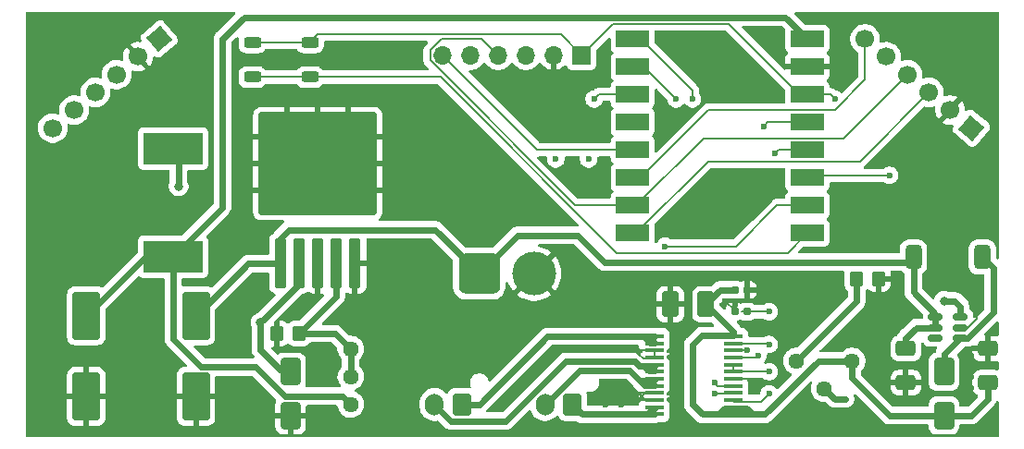
<source format=gbr>
%TF.GenerationSoftware,KiCad,Pcbnew,9.0.0+1*%
%TF.CreationDate,2025-04-07T23:29:53+02:00*%
%TF.ProjectId,WikiSumo_v25,57696b69-5375-46d6-9f5f-7632352e6b69,rev?*%
%TF.SameCoordinates,Original*%
%TF.FileFunction,Copper,L1,Top*%
%TF.FilePolarity,Positive*%
%FSLAX46Y46*%
G04 Gerber Fmt 4.6, Leading zero omitted, Abs format (unit mm)*
G04 Created by KiCad (PCBNEW 9.0.0+1) date 2025-04-07 23:29:53*
%MOMM*%
%LPD*%
G01*
G04 APERTURE LIST*
G04 Aperture macros list*
%AMRoundRect*
0 Rectangle with rounded corners*
0 $1 Rounding radius*
0 $2 $3 $4 $5 $6 $7 $8 $9 X,Y pos of 4 corners*
0 Add a 4 corners polygon primitive as box body*
4,1,4,$2,$3,$4,$5,$6,$7,$8,$9,$2,$3,0*
0 Add four circle primitives for the rounded corners*
1,1,$1+$1,$2,$3*
1,1,$1+$1,$4,$5*
1,1,$1+$1,$6,$7*
1,1,$1+$1,$8,$9*
0 Add four rect primitives between the rounded corners*
20,1,$1+$1,$2,$3,$4,$5,0*
20,1,$1+$1,$4,$5,$6,$7,0*
20,1,$1+$1,$6,$7,$8,$9,0*
20,1,$1+$1,$8,$9,$2,$3,0*%
%AMHorizOval*
0 Thick line with rounded ends*
0 $1 width*
0 $2 $3 position (X,Y) of the first rounded end (center of the circle)*
0 $4 $5 position (X,Y) of the second rounded end (center of the circle)*
0 Add line between two ends*
20,1,$1,$2,$3,$4,$5,0*
0 Add two circle primitives to create the rounded ends*
1,1,$1,$2,$3*
1,1,$1,$4,$5*%
%AMRotRect*
0 Rectangle, with rotation*
0 The origin of the aperture is its center*
0 $1 length*
0 $2 width*
0 $3 Rotation angle, in degrees counterclockwise*
0 Add horizontal line*
21,1,$1,$2,0,0,$3*%
G04 Aperture macros list end*
%TA.AperFunction,ComponentPad*%
%ADD10RoundRect,0.760000X-1.140000X-1.140000X1.140000X-1.140000X1.140000X1.140000X-1.140000X1.140000X0*%
%TD*%
%TA.AperFunction,ComponentPad*%
%ADD11C,4.000000*%
%TD*%
%TA.AperFunction,ComponentPad*%
%ADD12RotRect,1.700000X1.700000X230.000000*%
%TD*%
%TA.AperFunction,ComponentPad*%
%ADD13HorizOval,1.700000X0.000000X0.000000X0.000000X0.000000X0*%
%TD*%
%TA.AperFunction,SMDPad,CuDef*%
%ADD14RoundRect,0.250001X0.499999X0.924999X-0.499999X0.924999X-0.499999X-0.924999X0.499999X-0.924999X0*%
%TD*%
%TA.AperFunction,SMDPad,CuDef*%
%ADD15RoundRect,0.155000X-0.212500X-0.155000X0.212500X-0.155000X0.212500X0.155000X-0.212500X0.155000X0*%
%TD*%
%TA.AperFunction,SMDPad,CuDef*%
%ADD16R,1.750000X0.450000*%
%TD*%
%TA.AperFunction,ComponentPad*%
%ADD17C,1.440000*%
%TD*%
%TA.AperFunction,SMDPad,CuDef*%
%ADD18RoundRect,0.250000X-0.525000X-0.250000X0.525000X-0.250000X0.525000X0.250000X-0.525000X0.250000X0*%
%TD*%
%TA.AperFunction,SMDPad,CuDef*%
%ADD19RoundRect,0.250000X-1.000000X1.950000X-1.000000X-1.950000X1.000000X-1.950000X1.000000X1.950000X0*%
%TD*%
%TA.AperFunction,SMDPad,CuDef*%
%ADD20RoundRect,0.150000X0.512500X0.150000X-0.512500X0.150000X-0.512500X-0.150000X0.512500X-0.150000X0*%
%TD*%
%TA.AperFunction,ComponentPad*%
%ADD21RoundRect,0.250000X0.600000X0.750000X-0.600000X0.750000X-0.600000X-0.750000X0.600000X-0.750000X0*%
%TD*%
%TA.AperFunction,ComponentPad*%
%ADD22O,1.700000X2.000000*%
%TD*%
%TA.AperFunction,SMDPad,CuDef*%
%ADD23RoundRect,0.250000X0.350000X0.450000X-0.350000X0.450000X-0.350000X-0.450000X0.350000X-0.450000X0*%
%TD*%
%TA.AperFunction,ComponentPad*%
%ADD24RotRect,1.700000X1.700000X310.000000*%
%TD*%
%TA.AperFunction,ComponentPad*%
%ADD25HorizOval,1.700000X0.000000X0.000000X0.000000X0.000000X0*%
%TD*%
%TA.AperFunction,SMDPad,CuDef*%
%ADD26RoundRect,0.155000X0.212500X0.155000X-0.212500X0.155000X-0.212500X-0.155000X0.212500X-0.155000X0*%
%TD*%
%TA.AperFunction,SMDPad,CuDef*%
%ADD27RoundRect,0.250000X-0.650000X1.000000X-0.650000X-1.000000X0.650000X-1.000000X0.650000X1.000000X0*%
%TD*%
%TA.AperFunction,SMDPad,CuDef*%
%ADD28R,5.400000X2.900000*%
%TD*%
%TA.AperFunction,SMDPad,CuDef*%
%ADD29RoundRect,0.250000X-0.350000X-0.450000X0.350000X-0.450000X0.350000X0.450000X-0.350000X0.450000X0*%
%TD*%
%TA.AperFunction,SMDPad,CuDef*%
%ADD30RoundRect,0.250000X0.650000X-0.412500X0.650000X0.412500X-0.650000X0.412500X-0.650000X-0.412500X0*%
%TD*%
%TA.AperFunction,SMDPad,CuDef*%
%ADD31RoundRect,0.250000X-0.650000X0.412500X-0.650000X-0.412500X0.650000X-0.412500X0.650000X0.412500X0*%
%TD*%
%TA.AperFunction,SMDPad,CuDef*%
%ADD32RoundRect,0.250000X0.300000X-2.050000X0.300000X2.050000X-0.300000X2.050000X-0.300000X-2.050000X0*%
%TD*%
%TA.AperFunction,SMDPad,CuDef*%
%ADD33RoundRect,0.250000X2.375000X-2.025000X2.375000X2.025000X-2.375000X2.025000X-2.375000X-2.025000X0*%
%TD*%
%TA.AperFunction,SMDPad,CuDef*%
%ADD34RoundRect,0.250002X5.149998X-4.449998X5.149998X4.449998X-5.149998X4.449998X-5.149998X-4.449998X0*%
%TD*%
%TA.AperFunction,SMDPad,CuDef*%
%ADD35RoundRect,0.250000X0.650000X-1.000000X0.650000X1.000000X-0.650000X1.000000X-0.650000X-1.000000X0*%
%TD*%
%TA.AperFunction,SMDPad,CuDef*%
%ADD36RoundRect,0.375000X-0.375000X-0.725000X0.375000X-0.725000X0.375000X0.725000X-0.375000X0.725000X0*%
%TD*%
%TA.AperFunction,ComponentPad*%
%ADD37R,1.700000X1.700000*%
%TD*%
%TA.AperFunction,ComponentPad*%
%ADD38O,1.700000X1.700000*%
%TD*%
%TA.AperFunction,SMDPad,CuDef*%
%ADD39R,3.025000X1.524000*%
%TD*%
%TA.AperFunction,ViaPad*%
%ADD40C,0.600000*%
%TD*%
%TA.AperFunction,ViaPad*%
%ADD41C,0.800000*%
%TD*%
%TA.AperFunction,Conductor*%
%ADD42C,0.200000*%
%TD*%
%TA.AperFunction,Conductor*%
%ADD43C,0.600000*%
%TD*%
G04 APERTURE END LIST*
D10*
%TO.P,J4,1,Pin_1*%
%TO.N,+BATT*%
X147000000Y-94500000D03*
D11*
%TO.P,J4,2,Pin_2*%
%TO.N,GND*%
X152000000Y-94500000D03*
%TD*%
D12*
%TO.P,J3,1,Pin_1*%
%TO.N,+3V3*%
X192000000Y-81163403D03*
D13*
%TO.P,J3,2,Pin_2*%
%TO.N,GND*%
X190054247Y-79530722D03*
%TO.P,J3,3,Pin_3*%
%TO.N,SCL*%
X188108494Y-77898042D03*
%TO.P,J3,4,Pin_4*%
%TO.N,SDA*%
X186162741Y-76265361D03*
%TO.P,J3,5,Pin_5*%
%TO.N,unconnected-(J3-Pin_5-Pad5)*%
X184216988Y-74632681D03*
%TO.P,J3,6,Pin_6*%
%TO.N,VL53L0X_R*%
X182271235Y-73000000D03*
%TD*%
D14*
%TO.P,C7,1*%
%TO.N,+12V*%
X167725000Y-97325000D03*
%TO.P,C7,2*%
%TO.N,GND*%
X164475000Y-97325000D03*
%TD*%
D15*
%TO.P,C5,1*%
%TO.N,+12V*%
X170365000Y-96000000D03*
%TO.P,C5,2*%
%TO.N,GND*%
X171500000Y-96000000D03*
%TD*%
D16*
%TO.P,U8,1,AO1*%
%TO.N,/TB6612/AO1*%
X163000000Y-100250000D03*
%TO.P,U8,2,AO1*%
X163000000Y-100900000D03*
%TO.P,U8,3,PGND1*%
%TO.N,GND*%
X163000000Y-101550000D03*
%TO.P,U8,4,PGND1*%
X163000000Y-102200000D03*
%TO.P,U8,5,AO2*%
%TO.N,/TB6612/AO2*%
X163000000Y-102850000D03*
%TO.P,U8,6,AO2*%
X163000000Y-103500000D03*
%TO.P,U8,7,BO2*%
%TO.N,/TB6612/BO2*%
X163000000Y-104150000D03*
%TO.P,U8,8,BO2*%
X163000000Y-104800000D03*
%TO.P,U8,9,PGND2*%
%TO.N,GND*%
X163000000Y-105450000D03*
%TO.P,U8,10,PGND2*%
X163000000Y-106100000D03*
%TO.P,U8,11,BO1*%
%TO.N,/TB6612/BO1*%
X163000000Y-106750000D03*
%TO.P,U8,12,BO1*%
X163000000Y-107400000D03*
%TO.P,U8,13,VM2*%
%TO.N,+12V*%
X170200000Y-107400000D03*
%TO.P,U8,14,VM3*%
X170200000Y-106750000D03*
%TO.P,U8,15,PWMB*%
%TO.N,+3V3*%
X170200000Y-106100000D03*
%TO.P,U8,16,BIN2*%
%TO.N,TB6612_BI2*%
X170200000Y-105450000D03*
%TO.P,U8,17,BIN1*%
%TO.N,TB6612_BI1*%
X170200000Y-104800000D03*
%TO.P,U8,18,GND*%
%TO.N,GND*%
X170200000Y-104150000D03*
%TO.P,U8,19,STBY*%
%TO.N,+3V3*%
X170200000Y-103500000D03*
%TO.P,U8,20,VCC*%
X170200000Y-102850000D03*
%TO.P,U8,21,AIN1*%
%TO.N,TB6612_AI1*%
X170200000Y-102200000D03*
%TO.P,U8,22,AIN2*%
%TO.N,TB6612_AI2*%
X170200000Y-101550000D03*
%TO.P,U8,23,PWMA*%
%TO.N,+3V3*%
X170200000Y-100900000D03*
%TO.P,U8,24,VM1*%
%TO.N,+12V*%
X170200000Y-100250000D03*
%TD*%
D17*
%TO.P,RV2,1,1*%
%TO.N,Net-(U7-FB)*%
X135250000Y-101420000D03*
%TO.P,RV2,2,2*%
X135250000Y-103960000D03*
%TO.P,RV2,3,3*%
%TO.N,+5V*%
X135250000Y-106500000D03*
%TD*%
D18*
%TO.P,SW1,1,1*%
%TO.N,+3V3*%
X126250000Y-73300000D03*
X131500000Y-73300000D03*
%TO.P,SW1,2,2*%
%TO.N,Net-(U1-GPIO0)*%
X126250000Y-76500000D03*
X131500000Y-76500000D03*
%TD*%
D19*
%TO.P,C4,1*%
%TO.N,+5V*%
X111050000Y-98360000D03*
%TO.P,C4,2*%
%TO.N,GND*%
X111050000Y-105760000D03*
%TD*%
D20*
%TO.P,U6,1,SW*%
%TO.N,Net-(D1-A)*%
X191000000Y-100400000D03*
%TO.P,U6,2,GND*%
%TO.N,GND*%
X191000000Y-99450000D03*
%TO.P,U6,3,FB*%
%TO.N,Net-(U6-FB)*%
X191000000Y-98500000D03*
%TO.P,U6,4,EN*%
%TO.N,+BATT*%
X188725000Y-98500000D03*
%TO.P,U6,5,IN*%
X188725000Y-99450000D03*
%TO.P,U6,6,NC*%
%TO.N,unconnected-(U6-NC-Pad6)*%
X188725000Y-100400000D03*
%TD*%
D21*
%TO.P,J6,1,Pin_1*%
%TO.N,/TB6612/BO1*%
X155500000Y-106500000D03*
D22*
%TO.P,J6,2,Pin_2*%
%TO.N,/TB6612/BO2*%
X153000000Y-106500000D03*
%TD*%
D23*
%TO.P,R6,1*%
%TO.N,Net-(U7-FB)*%
X130500000Y-100000000D03*
%TO.P,R6,2*%
%TO.N,GND*%
X128500000Y-100000000D03*
%TD*%
D24*
%TO.P,J1,1,Pin_1*%
%TO.N,+3V3*%
X117728764Y-73000000D03*
D25*
%TO.P,J1,2,Pin_2*%
%TO.N,GND*%
X115783011Y-74632681D03*
%TO.P,J1,3,Pin_3*%
%TO.N,SCL*%
X113837258Y-76265361D03*
%TO.P,J1,4,Pin_4*%
%TO.N,SDA*%
X111891505Y-77898042D03*
%TO.P,J1,5,Pin_5*%
%TO.N,unconnected-(J1-Pin_5-Pad5)*%
X109945752Y-79530722D03*
%TO.P,J1,6,Pin_6*%
%TO.N,VL53L0X_L*%
X108000000Y-81163403D03*
%TD*%
D26*
%TO.P,C6,1*%
%TO.N,+3V3*%
X171500000Y-98000000D03*
%TO.P,C6,2*%
%TO.N,GND*%
X170365000Y-98000000D03*
%TD*%
D27*
%TO.P,D2,1,K*%
%TO.N,Net-(D2-K)*%
X129750000Y-103500000D03*
%TO.P,D2,2,A*%
%TO.N,GND*%
X129750000Y-107500000D03*
%TD*%
D17*
%TO.P,RV1,1,1*%
%TO.N,Net-(R5-Pad1)*%
X176000000Y-102500000D03*
%TO.P,RV1,2,2*%
%TO.N,Net-(U6-FB)*%
X178540000Y-105040000D03*
%TO.P,RV1,3,3*%
%TO.N,+12V*%
X181080000Y-102500000D03*
%TD*%
D28*
%TO.P,L2,1,1*%
%TO.N,Net-(D2-K)*%
X119000000Y-83050000D03*
%TO.P,L2,2,2*%
%TO.N,+5V*%
X119000000Y-92950000D03*
%TD*%
D29*
%TO.P,R5,1*%
%TO.N,Net-(R5-Pad1)*%
X181500000Y-95000000D03*
%TO.P,R5,2*%
%TO.N,GND*%
X183500000Y-95000000D03*
%TD*%
D30*
%TO.P,C2,1*%
%TO.N,+12V*%
X193500000Y-104500000D03*
%TO.P,C2,2*%
%TO.N,GND*%
X193500000Y-101375000D03*
%TD*%
D31*
%TO.P,C1,1*%
%TO.N,+BATT*%
X186000000Y-101375000D03*
%TO.P,C1,2*%
%TO.N,GND*%
X186000000Y-104500000D03*
%TD*%
D32*
%TO.P,U7,1,VIN*%
%TO.N,+BATT*%
X128825000Y-93575000D03*
%TO.P,U7,2,OUT*%
%TO.N,Net-(D2-K)*%
X130525000Y-93575000D03*
%TO.P,U7,3,GND*%
%TO.N,GND*%
X132225000Y-93575000D03*
D33*
X129450000Y-86850000D03*
X135000000Y-86850000D03*
D34*
X132225000Y-84425000D03*
D33*
X129450000Y-82000000D03*
X135000000Y-82000000D03*
D32*
%TO.P,U7,4,FB*%
%TO.N,Net-(U7-FB)*%
X133925000Y-93575000D03*
%TO.P,U7,5,~{ON}/OFF*%
%TO.N,GND*%
X135625000Y-93575000D03*
%TD*%
D35*
%TO.P,D1,1,K*%
%TO.N,+12V*%
X189500000Y-107500000D03*
%TO.P,D1,2,A*%
%TO.N,Net-(D1-A)*%
X189500000Y-103500000D03*
%TD*%
D36*
%TO.P,L1,1,1*%
%TO.N,+BATT*%
X186700000Y-93000000D03*
%TO.P,L1,2,2*%
%TO.N,Net-(D1-A)*%
X193000000Y-93000000D03*
%TD*%
D21*
%TO.P,J5,1,Pin_1*%
%TO.N,/TB6612/AO1*%
X145400000Y-106500000D03*
D22*
%TO.P,J5,2,Pin_2*%
%TO.N,/TB6612/AO2*%
X142900000Y-106500000D03*
%TD*%
D19*
%TO.P,C3,1*%
%TO.N,+BATT*%
X121100000Y-98360000D03*
%TO.P,C3,2*%
%TO.N,GND*%
X121100000Y-105760000D03*
%TD*%
D37*
%TO.P,J2,1,Pin_1*%
%TO.N,+3V3*%
X156350000Y-74500000D03*
D38*
%TO.P,J2,2,Pin_2*%
%TO.N,GND*%
X153810000Y-74500000D03*
%TO.P,J2,3,Pin_3*%
%TO.N,SCL*%
X151270000Y-74500000D03*
%TO.P,J2,4,Pin_4*%
%TO.N,SDA*%
X148730000Y-74500000D03*
%TO.P,J2,5,Pin_5*%
%TO.N,unconnected-(J2-Pin_5-Pad5)*%
X146190000Y-74500000D03*
%TO.P,J2,6,Pin_6*%
%TO.N,VL53L0X_C*%
X143650000Y-74500000D03*
%TD*%
D39*
%TO.P,U1,0,GPIO0*%
%TO.N,Net-(U1-GPIO0)*%
X177000000Y-90780000D03*
%TO.P,U1,1,GPIO1*%
%TO.N,QR1113_L*%
X177000000Y-88240000D03*
%TO.P,U1,2,GPIO2*%
%TO.N,QR1113_R*%
X177000000Y-85700000D03*
%TO.P,U1,3,GPIO3*%
%TO.N,TB6612_AI1*%
X177000000Y-83160000D03*
%TO.P,U1,3.3,3V3*%
%TO.N,+3V3*%
X177000000Y-78080000D03*
%TO.P,U1,4,GPIO4*%
%TO.N,TB6612_AI2*%
X177000000Y-80620000D03*
%TO.P,U1,5,GPIO5*%
%TO.N,TB6612_BI1*%
X161030000Y-73000000D03*
%TO.P,U1,5V,5V*%
%TO.N,+5V*%
X177000000Y-73000000D03*
%TO.P,U1,6,GPIO6*%
%TO.N,TB6612_BI2*%
X161030000Y-75540000D03*
%TO.P,U1,7,GPIO7*%
%TO.N,VL53L0X_L*%
X161030000Y-78080000D03*
%TO.P,U1,8,GPIO8*%
%TO.N,unconnected-(U1-GPIO8-Pad8)*%
X161030000Y-80620000D03*
%TO.P,U1,9,GPIO9*%
%TO.N,VL53L0X_C*%
X161030000Y-83160000D03*
%TO.P,U1,10,GPIO10*%
%TO.N,VL53L0X_R*%
X161030000Y-85700000D03*
%TO.P,U1,20,GPIO20*%
%TO.N,SDA*%
X161030000Y-88240000D03*
%TO.P,U1,21,GPIO21*%
%TO.N,SCL*%
X161030000Y-90780000D03*
%TO.P,U1,G,GND*%
%TO.N,GND*%
X177000000Y-75540000D03*
%TD*%
D40*
%TO.N,*%
X154000000Y-84000000D03*
X157000000Y-84000000D03*
%TO.N,+3V3*%
X173500000Y-101000000D03*
X173500000Y-98000000D03*
X173500000Y-105500000D03*
X173500000Y-103500000D03*
X179500000Y-78500000D03*
%TO.N,QR1113_L*%
X164000000Y-92000000D03*
%TO.N,QR1113_R*%
X184500000Y-85500000D03*
%TO.N,TB6612_BI1*%
X166500000Y-78500000D03*
X168500000Y-104500000D03*
%TO.N,TB6612_AI1*%
X174000000Y-83500000D03*
X172500000Y-102000000D03*
%TO.N,GND*%
X190500000Y-88000000D03*
X178000000Y-96500000D03*
X147500000Y-87500000D03*
X184500000Y-98500000D03*
X142500000Y-87500000D03*
X109500000Y-73000000D03*
X168000000Y-75000000D03*
X108000000Y-88500000D03*
X169500000Y-97000000D03*
X160000000Y-104500000D03*
X169000000Y-89500000D03*
X109000000Y-89500000D03*
X190500000Y-75500000D03*
X139500000Y-78500000D03*
X140500000Y-99500000D03*
X192000000Y-102000000D03*
X158500000Y-101500000D03*
X135000000Y-74500000D03*
X142000000Y-97000000D03*
X132000000Y-102500000D03*
X165000000Y-105500000D03*
X187000000Y-71500000D03*
X170000000Y-89500000D03*
X158500000Y-105500000D03*
X186000000Y-72500000D03*
X160000000Y-97500000D03*
X192000000Y-105000000D03*
X175000000Y-96500000D03*
X109000000Y-88500000D03*
X168000000Y-76000000D03*
X181000000Y-90000000D03*
X188500000Y-84000000D03*
X137500000Y-74500000D03*
X191500000Y-88000000D03*
X184500000Y-99500000D03*
X192500000Y-77500000D03*
X151500000Y-79500000D03*
X170500000Y-97000000D03*
X117000000Y-79000000D03*
X186500000Y-83500000D03*
X168000000Y-89500000D03*
X108000000Y-87500000D03*
X140500000Y-95000000D03*
X121000000Y-74500000D03*
X191500000Y-86000000D03*
X126000000Y-97500000D03*
X140500000Y-97000000D03*
X122500000Y-74500000D03*
X110000000Y-89500000D03*
X165000000Y-103500000D03*
X165000000Y-106500000D03*
X132000000Y-104500000D03*
X168000000Y-88500000D03*
X143500000Y-83500000D03*
X173000000Y-72500000D03*
X142000000Y-99500000D03*
X125000000Y-96500000D03*
X143500000Y-97000000D03*
X139500000Y-74500000D03*
X193500000Y-86000000D03*
X110500000Y-73000000D03*
X167000000Y-75000000D03*
X177000000Y-96500000D03*
X109000000Y-87500000D03*
X150000000Y-87500000D03*
X192000000Y-104000000D03*
X120000000Y-79000000D03*
X172000000Y-104500000D03*
X169000000Y-88500000D03*
X160000000Y-106500000D03*
X174000000Y-73500000D03*
X158500000Y-106500000D03*
X192000000Y-87000000D03*
X191000000Y-74000000D03*
X133500000Y-102500000D03*
X192500000Y-97000000D03*
X155000000Y-101500000D03*
X165000000Y-104500000D03*
X160500000Y-101500000D03*
X159000000Y-97500000D03*
X169000000Y-75000000D03*
X176000000Y-96500000D03*
X140500000Y-93000000D03*
X193000000Y-87000000D03*
X110000000Y-87500000D03*
X182000000Y-90000000D03*
X142000000Y-95000000D03*
X190000000Y-74000000D03*
X181000000Y-91000000D03*
X170000000Y-88500000D03*
X157000000Y-81500000D03*
X192000000Y-103000000D03*
X157000000Y-97500000D03*
X137500000Y-78500000D03*
X187000000Y-72500000D03*
X145000000Y-87500000D03*
X158000000Y-97500000D03*
X160000000Y-105500000D03*
X184500000Y-97500000D03*
X146000000Y-83500000D03*
X170000000Y-76000000D03*
X156500000Y-87000000D03*
X183000000Y-90000000D03*
X144000000Y-99500000D03*
X142000000Y-93000000D03*
X169000000Y-76000000D03*
X141000000Y-83500000D03*
X122000000Y-79000000D03*
X156500000Y-101500000D03*
X192500000Y-86000000D03*
X182000000Y-91000000D03*
X186000000Y-71500000D03*
X118500000Y-79000000D03*
X108000000Y-89500000D03*
X142000000Y-78500000D03*
X192500000Y-88000000D03*
X170000000Y-75000000D03*
X192500000Y-98000000D03*
X187500000Y-83500000D03*
X183000000Y-91000000D03*
X188000000Y-71500000D03*
X167000000Y-76000000D03*
X192000000Y-77000000D03*
X110000000Y-88500000D03*
X191000000Y-87000000D03*
%TO.N,TB6612_AI2*%
X173000000Y-81000000D03*
X171500000Y-101500000D03*
%TO.N,VL53L0X_L*%
X157500000Y-78500000D03*
%TO.N,TB6612_BI2*%
X168500000Y-105500000D03*
X165000000Y-78500000D03*
D41*
%TO.N,Net-(D2-K)*%
X127000000Y-99000000D03*
X119500000Y-86500000D03*
D40*
%TO.N,Net-(U6-FB)*%
X180500000Y-106000000D03*
D41*
X189500000Y-97000000D03*
%TD*%
D42*
%TO.N,+3V3*%
X177000000Y-78080000D02*
X179080000Y-78080000D01*
X179080000Y-78080000D02*
X179500000Y-78500000D01*
X170200000Y-106100000D02*
X170324000Y-106224000D01*
X154449000Y-72599000D02*
X132201000Y-72599000D01*
X170200000Y-100900000D02*
X173400000Y-100900000D01*
X177000000Y-78080000D02*
X176249500Y-78080000D01*
X132201000Y-72599000D02*
X131500000Y-73300000D01*
X173400000Y-100900000D02*
X173500000Y-101000000D01*
X172776000Y-106224000D02*
X173500000Y-105500000D01*
X169770500Y-71601000D02*
X159249000Y-71601000D01*
X170324000Y-106224000D02*
X172776000Y-106224000D01*
X176249500Y-78080000D02*
X169770500Y-71601000D01*
X170200000Y-103500000D02*
X170200000Y-102850000D01*
X131500000Y-73300000D02*
X126250000Y-73300000D01*
X156350000Y-74500000D02*
X154449000Y-72599000D01*
X159249000Y-71601000D02*
X156350000Y-74500000D01*
X171000000Y-98000000D02*
X173500000Y-98000000D01*
X170200000Y-103500000D02*
X173500000Y-103500000D01*
%TO.N,QR1113_L*%
X164000000Y-92000000D02*
X170480000Y-92000000D01*
X174240000Y-88240000D02*
X177000000Y-88240000D01*
X170480000Y-92000000D02*
X174240000Y-88240000D01*
%TO.N,QR1113_R*%
X177200000Y-85500000D02*
X177000000Y-85700000D01*
X184500000Y-85500000D02*
X177200000Y-85500000D01*
%TO.N,TB6612_BI1*%
X168800000Y-104800000D02*
X168500000Y-104500000D01*
X161030000Y-73000000D02*
X161780500Y-73000000D01*
X161780500Y-73000000D02*
X166500000Y-77719500D01*
X166500000Y-77719500D02*
X166500000Y-78500000D01*
X170200000Y-104800000D02*
X168800000Y-104800000D01*
D43*
%TO.N,Net-(D1-A)*%
X194000000Y-94000000D02*
X193000000Y-93000000D01*
X191662499Y-100400000D02*
X194000000Y-98062499D01*
X189500000Y-103500000D02*
X189500000Y-101900000D01*
X194000000Y-98062499D02*
X194000000Y-94000000D01*
X189500000Y-101900000D02*
X191000000Y-100400000D01*
X191000000Y-100400000D02*
X191662499Y-100400000D01*
D42*
%TO.N,VL53L0X_C*%
X152310000Y-83160000D02*
X143650000Y-74500000D01*
X161030000Y-83160000D02*
X152310000Y-83160000D01*
%TO.N,TB6612_AI1*%
X170200000Y-102200000D02*
X172300000Y-102200000D01*
X177000000Y-83160000D02*
X174340000Y-83160000D01*
X174340000Y-83160000D02*
X174000000Y-83500000D01*
X172300000Y-102200000D02*
X172500000Y-102000000D01*
%TO.N,SDA*%
X186162741Y-76265361D02*
X180331102Y-82097000D01*
X155762240Y-88240000D02*
X142499000Y-74976760D01*
X161366500Y-88240000D02*
X161030000Y-88240000D01*
X161030000Y-88240000D02*
X155762240Y-88240000D01*
X143522240Y-73000000D02*
X147230000Y-73000000D01*
X142499000Y-74023240D02*
X143522240Y-73000000D01*
X180331102Y-82097000D02*
X167509500Y-82097000D01*
X147230000Y-73000000D02*
X148730000Y-74500000D01*
X142499000Y-74976760D02*
X142499000Y-74023240D01*
X167509500Y-82097000D02*
X161366500Y-88240000D01*
%TO.N,SCL*%
X181783536Y-84223000D02*
X167923500Y-84223000D01*
X161366500Y-90780000D02*
X161030000Y-90780000D01*
X167923500Y-84223000D02*
X161366500Y-90780000D01*
X188108494Y-77898042D02*
X181783536Y-84223000D01*
%TO.N,GND*%
X162150000Y-106100000D02*
X161500000Y-105450000D01*
X161176000Y-101500000D02*
X160500000Y-101500000D01*
X163000000Y-106100000D02*
X162150000Y-106100000D01*
X163000000Y-105450000D02*
X162150000Y-105450000D01*
X161500000Y-106100000D02*
X160400000Y-106100000D01*
X160550000Y-101550000D02*
X160500000Y-101500000D01*
X160050000Y-105450000D02*
X160000000Y-105500000D01*
X161950000Y-101550000D02*
X161588000Y-101912000D01*
X160400000Y-106100000D02*
X160000000Y-106500000D01*
X161588000Y-101912000D02*
X161176000Y-101500000D01*
X170365000Y-97865000D02*
X169500000Y-97000000D01*
X191662499Y-99450000D02*
X192500000Y-98612499D01*
X162000000Y-101550000D02*
X160550000Y-101550000D01*
X163000000Y-101550000D02*
X162000000Y-101550000D01*
X162000000Y-101550000D02*
X161950000Y-101550000D01*
X162876000Y-102324000D02*
X162000000Y-102324000D01*
X163000000Y-102200000D02*
X163000000Y-101550000D01*
X170200000Y-104150000D02*
X171650000Y-104150000D01*
X163000000Y-106100000D02*
X161500000Y-106100000D01*
X163000000Y-105450000D02*
X161500000Y-105450000D01*
X163000000Y-102200000D02*
X162876000Y-102324000D01*
X191000000Y-99450000D02*
X191662499Y-99450000D01*
X162150000Y-105450000D02*
X161500000Y-106100000D01*
X171650000Y-104150000D02*
X172000000Y-104500000D01*
X161500000Y-105450000D02*
X160050000Y-105450000D01*
X192500000Y-98612499D02*
X192500000Y-98000000D01*
X192500000Y-98000000D02*
X192500000Y-97000000D01*
X162000000Y-102324000D02*
X161588000Y-101912000D01*
X170365000Y-98000000D02*
X170365000Y-97865000D01*
%TO.N,TB6612_AI2*%
X173380000Y-80620000D02*
X173000000Y-81000000D01*
X171450000Y-101550000D02*
X171500000Y-101500000D01*
X177000000Y-80620000D02*
X173380000Y-80620000D01*
X170200000Y-101550000D02*
X171450000Y-101550000D01*
%TO.N,VL53L0X_L*%
X157920000Y-78080000D02*
X157500000Y-78500000D01*
X161030000Y-78080000D02*
X157920000Y-78080000D01*
D43*
%TO.N,+5V*%
X119000000Y-92950000D02*
X119000000Y-100500000D01*
X177000000Y-73000000D02*
X175000000Y-71000000D01*
X125500000Y-71000000D02*
X123500000Y-73000000D01*
X123500000Y-73000000D02*
X123500000Y-88450000D01*
X126559000Y-103059000D02*
X129249000Y-105749000D01*
X134499000Y-105749000D02*
X135250000Y-106500000D01*
X121559000Y-103059000D02*
X126559000Y-103059000D01*
X111050000Y-98360000D02*
X116460000Y-92950000D01*
X123500000Y-88450000D02*
X119000000Y-92950000D01*
X119000000Y-100500000D02*
X121559000Y-103059000D01*
X116460000Y-92950000D02*
X119000000Y-92950000D01*
X129249000Y-105749000D02*
X134499000Y-105749000D01*
X175000000Y-71000000D02*
X125500000Y-71000000D01*
D42*
%TO.N,TB6612_BI2*%
X170050000Y-105450000D02*
X170000000Y-105500000D01*
X170200000Y-105450000D02*
X170050000Y-105450000D01*
X162040000Y-75540000D02*
X165000000Y-78500000D01*
X161030000Y-75540000D02*
X162040000Y-75540000D01*
X170000000Y-105500000D02*
X168500000Y-105500000D01*
%TO.N,VL53L0X_R*%
X167980500Y-79500000D02*
X161780500Y-85700000D01*
X161780500Y-85700000D02*
X161030000Y-85700000D01*
X182271235Y-73000000D02*
X182271235Y-76745765D01*
X179517000Y-79500000D02*
X175771235Y-79500000D01*
X175771235Y-79500000D02*
X167980500Y-79500000D01*
X182271235Y-76745765D02*
X179517000Y-79500000D01*
D43*
%TO.N,+12V*%
X193500000Y-106000000D02*
X193500000Y-104500000D01*
X167326000Y-100174000D02*
X170200000Y-100174000D01*
X173100000Y-107400000D02*
X172000000Y-107400000D01*
X181080000Y-102500000D02*
X178000000Y-102500000D01*
X166500000Y-106500000D02*
X166500000Y-101000000D01*
X189500000Y-107500000D02*
X192000000Y-107500000D01*
X169050000Y-96000000D02*
X167725000Y-97325000D01*
X166500000Y-101000000D02*
X167326000Y-100174000D01*
X181080000Y-104080000D02*
X184500000Y-107500000D01*
X178000000Y-102500000D02*
X173100000Y-107400000D01*
X172000000Y-107400000D02*
X170200000Y-107400000D01*
X184500000Y-107500000D02*
X189500000Y-107500000D01*
X170200000Y-100174000D02*
X170200000Y-99800000D01*
X170200000Y-99800000D02*
X167725000Y-97325000D01*
X170200000Y-107400000D02*
X168900000Y-107400000D01*
X169474000Y-106826000D02*
X171426000Y-106826000D01*
X181080000Y-102500000D02*
X181080000Y-104080000D01*
X192000000Y-107500000D02*
X193500000Y-106000000D01*
X170100000Y-96000000D02*
X169050000Y-96000000D01*
X168900000Y-107400000D02*
X167400000Y-107400000D01*
X168900000Y-107400000D02*
X169474000Y-106826000D01*
X171426000Y-106826000D02*
X172000000Y-107400000D01*
X167400000Y-107400000D02*
X166500000Y-106500000D01*
%TO.N,+BATT*%
X121100000Y-98360000D02*
X125885000Y-93575000D01*
X186700000Y-93000000D02*
X186235949Y-93464051D01*
X188725000Y-99450000D02*
X188725000Y-98500000D01*
X186700000Y-96200000D02*
X186700000Y-93000000D01*
X186000000Y-100400000D02*
X186000000Y-101375000D01*
X186950000Y-99450000D02*
X188725000Y-99450000D01*
X188725000Y-98500000D02*
X188725000Y-98225000D01*
X186000000Y-100400000D02*
X186950000Y-99450000D01*
X186235949Y-93464051D02*
X158464051Y-93464051D01*
X129600000Y-90500000D02*
X143000000Y-90500000D01*
X143000000Y-90500000D02*
X147000000Y-94500000D01*
X150500000Y-91000000D02*
X147000000Y-94500000D01*
X128825000Y-91275000D02*
X129600000Y-90500000D01*
X188725000Y-98225000D02*
X186700000Y-96200000D01*
X156000000Y-91000000D02*
X150500000Y-91000000D01*
X125885000Y-93575000D02*
X128825000Y-93575000D01*
X128825000Y-93575000D02*
X128825000Y-91275000D01*
X158464051Y-93464051D02*
X156000000Y-91000000D01*
%TO.N,Net-(D2-K)*%
X129000000Y-103500000D02*
X127000000Y-101500000D01*
X119500000Y-86500000D02*
X119500000Y-83550000D01*
D42*
X129750000Y-103500000D02*
X129000000Y-103500000D01*
D43*
X127000000Y-101500000D02*
X127000000Y-99000000D01*
X127000000Y-99000000D02*
X130525000Y-95475000D01*
D42*
X130525000Y-95475000D02*
X130525000Y-93575000D01*
D43*
X119500000Y-83550000D02*
X119000000Y-83050000D01*
%TO.N,Net-(R5-Pad1)*%
X181500000Y-95000000D02*
X181500000Y-97000000D01*
X181500000Y-97000000D02*
X176000000Y-102500000D01*
%TO.N,Net-(U7-FB)*%
X135250000Y-101420000D02*
X135250000Y-103960000D01*
X133925000Y-96575000D02*
X133925000Y-93575000D01*
X130500000Y-100000000D02*
X133830000Y-100000000D01*
X133830000Y-100000000D02*
X135250000Y-101420000D01*
X130500000Y-100000000D02*
X133925000Y-96575000D01*
%TO.N,Net-(U6-FB)*%
X191000000Y-97500000D02*
X190500000Y-97000000D01*
X179500000Y-106000000D02*
X180500000Y-106000000D01*
X178540000Y-105040000D02*
X179500000Y-106000000D01*
X191000000Y-98500000D02*
X191000000Y-97500000D01*
X190500000Y-97000000D02*
X189500000Y-97000000D01*
%TO.N,/TB6612/AO1*%
X145400000Y-106500000D02*
X147000000Y-106500000D01*
X162574000Y-100824000D02*
X163000000Y-100824000D01*
X162000000Y-100250000D02*
X163000000Y-100250000D01*
X153250000Y-100250000D02*
X162000000Y-100250000D01*
X147000000Y-106500000D02*
X153250000Y-100250000D01*
X162000000Y-100250000D02*
X162574000Y-100824000D01*
D42*
%TO.N,/TB6612/BO2*%
X162350000Y-104800000D02*
X163000000Y-104800000D01*
D43*
X156151000Y-103349000D02*
X160747000Y-103349000D01*
X162122000Y-104724000D02*
X163000000Y-104724000D01*
X153000000Y-106500000D02*
X156151000Y-103349000D01*
X161699000Y-104301000D02*
X162849000Y-104301000D01*
X160747000Y-103349000D02*
X161699000Y-104301000D01*
X161699000Y-104301000D02*
X162122000Y-104724000D01*
X162924000Y-104226000D02*
X163000000Y-104226000D01*
X162849000Y-104301000D02*
X162924000Y-104226000D01*
%TO.N,/TB6612/AO2*%
X142900000Y-106500000D02*
X144400000Y-108000000D01*
X161624000Y-102926000D02*
X162000000Y-102926000D01*
X162498000Y-103424000D02*
X163000000Y-103424000D01*
X144400000Y-108000000D02*
X149439397Y-108000000D01*
X149439397Y-108000000D02*
X154891397Y-102548000D01*
X161624000Y-102926000D02*
X163000000Y-102926000D01*
X154891397Y-102548000D02*
X161246000Y-102548000D01*
X162000000Y-102926000D02*
X162498000Y-103424000D01*
X161246000Y-102548000D02*
X161624000Y-102926000D01*
%TO.N,/TB6612/BO1*%
X162350000Y-107400000D02*
X162924000Y-106826000D01*
X156400000Y-107400000D02*
X162000000Y-107400000D01*
X155500000Y-106500000D02*
X156400000Y-107400000D01*
X162000000Y-107400000D02*
X163000000Y-107400000D01*
X162924000Y-106826000D02*
X163000000Y-106826000D01*
X162000000Y-107400000D02*
X162350000Y-107400000D01*
D42*
%TO.N,Net-(U1-GPIO0)*%
X131500000Y-76500000D02*
X143455140Y-76500000D01*
X126250000Y-76500000D02*
X131500000Y-76500000D01*
X175179000Y-92601000D02*
X177000000Y-90780000D01*
X143455140Y-76500000D02*
X159556140Y-92601000D01*
X159556140Y-92601000D02*
X175179000Y-92601000D01*
%TD*%
%TA.AperFunction,Conductor*%
%TO.N,GND*%
G36*
X161503323Y-101051328D02*
G01*
X161506183Y-101050630D01*
X161536646Y-101061113D01*
X161567540Y-101070185D01*
X161569466Y-101072408D01*
X161572250Y-101073366D01*
X161592211Y-101098657D01*
X161613295Y-101122989D01*
X161614010Y-101126276D01*
X161615537Y-101128211D01*
X161623919Y-101162495D01*
X161624501Y-101168478D01*
X161624501Y-101172872D01*
X161628991Y-101214647D01*
X161629059Y-101215339D01*
X161628931Y-101240596D01*
X161625000Y-101277165D01*
X161625000Y-101325000D01*
X161640611Y-101340611D01*
X161654484Y-101344685D01*
X161666876Y-101358986D01*
X161682613Y-101369507D01*
X161686711Y-101374688D01*
X161767455Y-101482547D01*
X161859876Y-101551734D01*
X161901747Y-101607668D01*
X161906731Y-101677359D01*
X161873245Y-101738682D01*
X161811922Y-101772166D01*
X161785565Y-101775000D01*
X161613641Y-101775000D01*
X161610782Y-101776560D01*
X161583756Y-101793246D01*
X161580337Y-101793184D01*
X161577336Y-101794823D01*
X161545648Y-101792555D01*
X161513898Y-101791981D01*
X161511056Y-101790081D01*
X161507645Y-101789837D01*
X161503529Y-101788217D01*
X161479501Y-101778264D01*
X161479489Y-101778261D01*
X161324845Y-101747500D01*
X161324842Y-101747500D01*
X154970239Y-101747500D01*
X154812554Y-101747500D01*
X154812551Y-101747500D01*
X154657906Y-101778261D01*
X154657894Y-101778264D01*
X154615229Y-101795936D01*
X154615230Y-101795937D01*
X154512220Y-101838604D01*
X154512211Y-101838609D01*
X154381109Y-101926209D01*
X154381107Y-101926212D01*
X149144138Y-107163181D01*
X149082815Y-107196666D01*
X149056457Y-107199500D01*
X147731941Y-107199500D01*
X147664902Y-107179815D01*
X147619147Y-107127011D01*
X147609203Y-107057853D01*
X147638228Y-106994297D01*
X147644260Y-106987819D01*
X153545259Y-101086819D01*
X153606582Y-101053334D01*
X153632940Y-101050500D01*
X161500501Y-101050500D01*
X161503323Y-101051328D01*
G37*
%TD.AperFunction*%
%TA.AperFunction,Conductor*%
G36*
X160431099Y-104169185D02*
G01*
X160451741Y-104185819D01*
X161072870Y-104806947D01*
X161072891Y-104806970D01*
X161500211Y-105234289D01*
X161556528Y-105290606D01*
X161611712Y-105345790D01*
X161742817Y-105433392D01*
X161742819Y-105433392D01*
X161742821Y-105433394D01*
X161748656Y-105435811D01*
X161750172Y-105436439D01*
X161804576Y-105480279D01*
X161826641Y-105546574D01*
X161809362Y-105614273D01*
X161758225Y-105661884D01*
X161702720Y-105675000D01*
X161625000Y-105675000D01*
X161625000Y-105722835D01*
X161629183Y-105761748D01*
X161629183Y-105788252D01*
X161625000Y-105827164D01*
X161625000Y-105875000D01*
X161785565Y-105875000D01*
X161852604Y-105894685D01*
X161898359Y-105947489D01*
X161908303Y-106016647D01*
X161879278Y-106080203D01*
X161859876Y-106098266D01*
X161767455Y-106167452D01*
X161697525Y-106260865D01*
X161697523Y-106260868D01*
X161681204Y-106282669D01*
X161630909Y-106417517D01*
X161627291Y-106451167D01*
X161627289Y-106451173D01*
X161624500Y-106477122D01*
X161624323Y-106480435D01*
X161624145Y-106480425D01*
X161624145Y-106480428D01*
X161624098Y-106480422D01*
X161623070Y-106480367D01*
X161604815Y-106542539D01*
X161552011Y-106588294D01*
X161500500Y-106599500D01*
X156974500Y-106599500D01*
X156907461Y-106579815D01*
X156861706Y-106527011D01*
X156850500Y-106475500D01*
X156850499Y-105699998D01*
X156850498Y-105699980D01*
X156839999Y-105597203D01*
X156830672Y-105569057D01*
X156807037Y-105497733D01*
X156804636Y-105427907D01*
X156840367Y-105367865D01*
X156902888Y-105336672D01*
X156948935Y-105337114D01*
X156988270Y-105344937D01*
X157016230Y-105350499D01*
X157016232Y-105350500D01*
X157016233Y-105350500D01*
X157183768Y-105350500D01*
X157183769Y-105350499D01*
X157348082Y-105317816D01*
X157502863Y-105253703D01*
X157642162Y-105160626D01*
X157760626Y-105042162D01*
X157853703Y-104902863D01*
X157917816Y-104748082D01*
X157950500Y-104583767D01*
X157950500Y-104416233D01*
X157929541Y-104310863D01*
X157926921Y-104297691D01*
X157933148Y-104228100D01*
X157976011Y-104172922D01*
X158041901Y-104149678D01*
X158048538Y-104149500D01*
X160364060Y-104149500D01*
X160431099Y-104169185D01*
G37*
%TD.AperFunction*%
%TA.AperFunction,Conductor*%
G36*
X124635099Y-70520185D02*
G01*
X124680854Y-70572989D01*
X124690798Y-70642147D01*
X124661773Y-70705703D01*
X124655741Y-70712181D01*
X122989711Y-72378211D01*
X122933960Y-72433962D01*
X122878209Y-72489712D01*
X122790609Y-72620814D01*
X122790602Y-72620827D01*
X122730264Y-72766498D01*
X122730261Y-72766510D01*
X122699500Y-72921153D01*
X122699500Y-88067059D01*
X122679815Y-88134098D01*
X122663181Y-88154740D01*
X119854739Y-90963181D01*
X119793416Y-90996666D01*
X119767058Y-90999500D01*
X116252129Y-90999500D01*
X116252123Y-90999501D01*
X116192516Y-91005908D01*
X116057671Y-91056202D01*
X116057664Y-91056206D01*
X115942455Y-91142452D01*
X115942452Y-91142455D01*
X115856206Y-91257664D01*
X115856202Y-91257671D01*
X115805908Y-91392517D01*
X115804846Y-91402400D01*
X115799501Y-91452123D01*
X115799500Y-91452135D01*
X115799500Y-92427059D01*
X115779815Y-92494098D01*
X115763181Y-92514740D01*
X112552097Y-95725823D01*
X112490774Y-95759308D01*
X112421082Y-95754324D01*
X112399321Y-95743682D01*
X112396137Y-95741718D01*
X112369334Y-95725186D01*
X112202797Y-95670001D01*
X112202795Y-95670000D01*
X112100010Y-95659500D01*
X109999998Y-95659500D01*
X109999981Y-95659501D01*
X109897203Y-95670000D01*
X109897200Y-95670001D01*
X109730668Y-95725185D01*
X109730663Y-95725187D01*
X109581342Y-95817289D01*
X109457289Y-95941342D01*
X109365187Y-96090663D01*
X109365185Y-96090668D01*
X109350708Y-96134358D01*
X109310001Y-96257203D01*
X109310001Y-96257204D01*
X109310000Y-96257204D01*
X109299500Y-96359983D01*
X109299500Y-100360001D01*
X109299501Y-100360018D01*
X109310000Y-100462796D01*
X109310001Y-100462799D01*
X109365185Y-100629331D01*
X109365187Y-100629336D01*
X109373719Y-100643168D01*
X109457288Y-100778656D01*
X109581344Y-100902712D01*
X109730666Y-100994814D01*
X109897203Y-101049999D01*
X109999991Y-101060500D01*
X112100008Y-101060499D01*
X112202797Y-101049999D01*
X112369334Y-100994814D01*
X112518656Y-100902712D01*
X112642712Y-100778656D01*
X112734814Y-100629334D01*
X112789999Y-100462797D01*
X112800500Y-100360009D01*
X112800499Y-97792938D01*
X112820184Y-97725900D01*
X112836813Y-97705263D01*
X115776165Y-94765911D01*
X115837486Y-94732428D01*
X115907178Y-94737412D01*
X115938155Y-94754328D01*
X116057664Y-94843793D01*
X116057671Y-94843797D01*
X116192517Y-94894091D01*
X116192516Y-94894091D01*
X116199444Y-94894835D01*
X116252127Y-94900500D01*
X118075500Y-94900499D01*
X118142539Y-94920184D01*
X118188294Y-94972987D01*
X118199500Y-95024499D01*
X118199500Y-100578846D01*
X118230261Y-100733489D01*
X118230264Y-100733501D01*
X118290602Y-100879172D01*
X118290609Y-100879185D01*
X118378210Y-101010288D01*
X118378213Y-101010292D01*
X120216241Y-102848319D01*
X120249726Y-102909642D01*
X120244742Y-102979334D01*
X120202870Y-103035267D01*
X120137406Y-103059684D01*
X120128562Y-103060000D01*
X120050029Y-103060000D01*
X120050012Y-103060001D01*
X119947302Y-103070494D01*
X119780880Y-103125641D01*
X119780875Y-103125643D01*
X119631654Y-103217684D01*
X119507684Y-103341654D01*
X119415643Y-103490875D01*
X119415641Y-103490880D01*
X119360494Y-103657302D01*
X119360493Y-103657309D01*
X119350000Y-103760013D01*
X119350000Y-105510000D01*
X122849999Y-105510000D01*
X122849999Y-103983500D01*
X122869684Y-103916461D01*
X122922488Y-103870706D01*
X122973999Y-103859500D01*
X126176060Y-103859500D01*
X126243099Y-103879185D01*
X126263741Y-103895819D01*
X128397112Y-106029190D01*
X128430597Y-106090513D01*
X128425613Y-106160205D01*
X128418512Y-106174724D01*
X128415641Y-106180880D01*
X128360494Y-106347302D01*
X128360493Y-106347309D01*
X128350000Y-106450013D01*
X128350000Y-107250000D01*
X131149999Y-107250000D01*
X131149999Y-106673500D01*
X131169684Y-106606461D01*
X131222488Y-106560706D01*
X131273999Y-106549500D01*
X133916221Y-106549500D01*
X133983260Y-106569185D01*
X134029015Y-106621989D01*
X134038694Y-106654102D01*
X134059553Y-106785802D01*
X134118916Y-106968506D01*
X134199679Y-107127011D01*
X134206135Y-107139681D01*
X134319055Y-107295102D01*
X134454898Y-107430945D01*
X134610319Y-107543865D01*
X134781491Y-107631082D01*
X134781493Y-107631083D01*
X134872845Y-107660764D01*
X134964199Y-107690447D01*
X135153945Y-107720500D01*
X135153946Y-107720500D01*
X135346054Y-107720500D01*
X135346055Y-107720500D01*
X135535801Y-107690447D01*
X135718509Y-107631082D01*
X135889681Y-107543865D01*
X136045102Y-107430945D01*
X136180945Y-107295102D01*
X136293865Y-107139681D01*
X136381082Y-106968509D01*
X136440447Y-106785801D01*
X136470500Y-106596055D01*
X136470500Y-106403945D01*
X136445122Y-106243713D01*
X141549500Y-106243713D01*
X141549500Y-106756287D01*
X141582754Y-106966243D01*
X141646743Y-107163181D01*
X141648444Y-107168414D01*
X141744951Y-107357820D01*
X141869890Y-107529786D01*
X142020213Y-107680109D01*
X142192179Y-107805048D01*
X142192181Y-107805049D01*
X142192184Y-107805051D01*
X142381588Y-107901557D01*
X142583757Y-107967246D01*
X142793713Y-108000500D01*
X142793714Y-108000500D01*
X143006286Y-108000500D01*
X143006287Y-108000500D01*
X143170177Y-107974542D01*
X143239470Y-107983497D01*
X143277256Y-108009334D01*
X143778211Y-108510289D01*
X143889708Y-108621786D01*
X143889712Y-108621790D01*
X144020815Y-108709390D01*
X144020821Y-108709394D01*
X144123833Y-108752062D01*
X144166502Y-108769737D01*
X144321152Y-108800499D01*
X144321155Y-108800500D01*
X144321157Y-108800500D01*
X149518241Y-108800500D01*
X149518242Y-108800499D01*
X149672894Y-108769737D01*
X149818576Y-108709394D01*
X149949686Y-108621789D01*
X151520662Y-107050811D01*
X151581983Y-107017328D01*
X151651674Y-107022312D01*
X151707608Y-107064183D01*
X151726271Y-107100174D01*
X151746743Y-107163181D01*
X151748444Y-107168414D01*
X151844951Y-107357820D01*
X151969890Y-107529786D01*
X152120213Y-107680109D01*
X152292179Y-107805048D01*
X152292181Y-107805049D01*
X152292184Y-107805051D01*
X152481588Y-107901557D01*
X152683757Y-107967246D01*
X152893713Y-108000500D01*
X152893714Y-108000500D01*
X153106286Y-108000500D01*
X153106287Y-108000500D01*
X153316243Y-107967246D01*
X153518412Y-107901557D01*
X153707816Y-107805051D01*
X153865556Y-107690447D01*
X153879784Y-107680110D01*
X153879784Y-107680109D01*
X153879792Y-107680104D01*
X154018604Y-107541291D01*
X154079923Y-107507809D01*
X154149615Y-107512793D01*
X154205549Y-107554664D01*
X154211821Y-107563878D01*
X154215185Y-107569333D01*
X154215186Y-107569334D01*
X154307288Y-107718656D01*
X154431344Y-107842712D01*
X154580666Y-107934814D01*
X154747203Y-107989999D01*
X154849991Y-108000500D01*
X155820232Y-108000499D01*
X155887271Y-108020183D01*
X155889123Y-108021397D01*
X156020814Y-108109390D01*
X156020827Y-108109397D01*
X156166498Y-108169735D01*
X156166503Y-108169737D01*
X156166507Y-108169737D01*
X156166508Y-108169738D01*
X156321154Y-108200500D01*
X156321157Y-108200500D01*
X163078844Y-108200500D01*
X163078845Y-108200499D01*
X163233497Y-108169737D01*
X163317509Y-108134937D01*
X163364962Y-108125499D01*
X163922871Y-108125499D01*
X163922872Y-108125499D01*
X163982483Y-108119091D01*
X164117331Y-108068796D01*
X164232546Y-107982546D01*
X164318796Y-107867331D01*
X164369091Y-107732483D01*
X164375500Y-107672873D01*
X164375499Y-107127128D01*
X164375498Y-107127111D01*
X164371320Y-107088253D01*
X164371320Y-107061747D01*
X164375500Y-107022873D01*
X164375499Y-106477128D01*
X164369091Y-106417517D01*
X164318796Y-106282669D01*
X164232546Y-106167454D01*
X164232544Y-106167453D01*
X164232544Y-106167452D01*
X164140124Y-106098266D01*
X164098253Y-106042332D01*
X164093269Y-105972641D01*
X164126755Y-105911318D01*
X164188078Y-105877834D01*
X164214435Y-105875000D01*
X164375000Y-105875000D01*
X164375000Y-105827179D01*
X164374999Y-105827168D01*
X164370815Y-105788258D01*
X164370815Y-105761742D01*
X164374999Y-105722831D01*
X164375000Y-105722821D01*
X164375000Y-105675000D01*
X164214435Y-105675000D01*
X164147396Y-105655315D01*
X164101641Y-105602511D01*
X164091697Y-105533353D01*
X164120722Y-105469797D01*
X164140124Y-105451734D01*
X164198432Y-105408083D01*
X164232546Y-105382546D01*
X164318796Y-105267331D01*
X164369091Y-105132483D01*
X164375500Y-105072873D01*
X164375499Y-104527128D01*
X164375498Y-104527111D01*
X164371320Y-104488253D01*
X164371320Y-104461747D01*
X164375500Y-104422873D01*
X164375499Y-103877128D01*
X164375498Y-103877111D01*
X164371320Y-103838253D01*
X164371320Y-103811747D01*
X164375500Y-103772873D01*
X164375499Y-103227128D01*
X164375499Y-103227127D01*
X164375498Y-103227111D01*
X164371320Y-103188253D01*
X164371320Y-103161745D01*
X164375500Y-103122873D01*
X164375499Y-102577128D01*
X164369091Y-102517517D01*
X164318796Y-102382669D01*
X164232546Y-102267454D01*
X164232544Y-102267453D01*
X164232544Y-102267452D01*
X164140124Y-102198266D01*
X164098253Y-102142332D01*
X164093269Y-102072641D01*
X164126755Y-102011318D01*
X164188078Y-101977834D01*
X164214435Y-101975000D01*
X164375000Y-101975000D01*
X164375000Y-101927179D01*
X164374999Y-101927168D01*
X164370815Y-101888258D01*
X164370815Y-101861742D01*
X164374999Y-101822831D01*
X164375000Y-101822821D01*
X164375000Y-101775000D01*
X164214435Y-101775000D01*
X164147396Y-101755315D01*
X164101641Y-101702511D01*
X164091697Y-101633353D01*
X164120722Y-101569797D01*
X164140124Y-101551734D01*
X164198432Y-101508083D01*
X164232546Y-101482546D01*
X164318796Y-101367331D01*
X164369091Y-101232483D01*
X164375500Y-101172873D01*
X164375499Y-100627128D01*
X164375498Y-100627111D01*
X164371320Y-100588253D01*
X164371320Y-100561747D01*
X164375500Y-100522873D01*
X164375499Y-99977128D01*
X164369091Y-99917517D01*
X164358720Y-99889712D01*
X164318797Y-99782671D01*
X164318793Y-99782664D01*
X164232547Y-99667455D01*
X164232544Y-99667452D01*
X164117335Y-99581206D01*
X164117328Y-99581202D01*
X163982482Y-99530908D01*
X163982483Y-99530908D01*
X163922883Y-99524501D01*
X163922881Y-99524500D01*
X163922873Y-99524500D01*
X163922865Y-99524500D01*
X163364960Y-99524500D01*
X163317508Y-99515061D01*
X163233498Y-99480263D01*
X163233488Y-99480260D01*
X163078845Y-99449500D01*
X163078842Y-99449500D01*
X162078842Y-99449500D01*
X153328843Y-99449500D01*
X153171158Y-99449500D01*
X153171153Y-99449500D01*
X153016510Y-99480260D01*
X153016502Y-99480262D01*
X152870824Y-99540604D01*
X152870814Y-99540609D01*
X152739711Y-99628210D01*
X152739707Y-99628213D01*
X148031328Y-104336593D01*
X147970005Y-104370078D01*
X147900313Y-104365094D01*
X147844380Y-104323222D01*
X147822029Y-104273103D01*
X147817816Y-104251918D01*
X147761379Y-104115668D01*
X147753704Y-104097139D01*
X147660626Y-103957837D01*
X147542162Y-103839373D01*
X147402860Y-103746295D01*
X147248082Y-103682184D01*
X147248074Y-103682182D01*
X147083771Y-103649500D01*
X147083767Y-103649500D01*
X146916233Y-103649500D01*
X146916228Y-103649500D01*
X146751925Y-103682182D01*
X146751917Y-103682184D01*
X146597139Y-103746295D01*
X146457837Y-103839373D01*
X146339373Y-103957837D01*
X146246295Y-104097139D01*
X146182184Y-104251917D01*
X146182182Y-104251925D01*
X146149500Y-104416228D01*
X146149500Y-104583771D01*
X146182182Y-104748074D01*
X146182185Y-104748086D01*
X146217269Y-104832786D01*
X146224738Y-104902255D01*
X146193463Y-104964734D01*
X146133374Y-105000386D01*
X146090106Y-105003596D01*
X146050011Y-104999500D01*
X144749998Y-104999500D01*
X144749981Y-104999501D01*
X144647203Y-105010000D01*
X144647200Y-105010001D01*
X144480668Y-105065185D01*
X144480663Y-105065187D01*
X144331342Y-105157289D01*
X144207289Y-105281342D01*
X144111821Y-105436121D01*
X144059873Y-105482845D01*
X143990910Y-105494068D01*
X143926828Y-105466224D01*
X143918601Y-105458705D01*
X143779786Y-105319890D01*
X143607820Y-105194951D01*
X143418414Y-105098444D01*
X143418413Y-105098443D01*
X143418412Y-105098443D01*
X143216243Y-105032754D01*
X143216241Y-105032753D01*
X143216240Y-105032753D01*
X143033840Y-105003864D01*
X143006287Y-104999500D01*
X142793713Y-104999500D01*
X142766160Y-105003864D01*
X142583760Y-105032753D01*
X142381585Y-105098444D01*
X142192179Y-105194951D01*
X142020213Y-105319890D01*
X141869890Y-105470213D01*
X141744951Y-105642179D01*
X141648444Y-105831585D01*
X141582753Y-106033760D01*
X141551119Y-106233489D01*
X141549500Y-106243713D01*
X136445122Y-106243713D01*
X136440447Y-106214199D01*
X136438886Y-106209394D01*
X136381083Y-106031493D01*
X136373519Y-106016647D01*
X136293865Y-105860319D01*
X136180945Y-105704898D01*
X136045102Y-105569055D01*
X135889681Y-105456135D01*
X135834281Y-105427907D01*
X135718504Y-105368915D01*
X135653919Y-105347931D01*
X135596243Y-105308494D01*
X135569044Y-105244136D01*
X135580958Y-105175289D01*
X135628202Y-105123813D01*
X135653919Y-105112069D01*
X135718504Y-105091084D01*
X135718506Y-105091082D01*
X135718509Y-105091082D01*
X135889681Y-105003865D01*
X136045102Y-104890945D01*
X136180945Y-104755102D01*
X136293865Y-104599681D01*
X136381082Y-104428509D01*
X136440447Y-104245801D01*
X136470500Y-104056055D01*
X136470500Y-103863945D01*
X136440447Y-103674199D01*
X136382154Y-103494789D01*
X136381083Y-103491493D01*
X136350232Y-103430945D01*
X136293865Y-103320319D01*
X136180945Y-103164898D01*
X136086819Y-103070772D01*
X136053334Y-103009449D01*
X136050500Y-102983091D01*
X136050500Y-102396909D01*
X136070185Y-102329870D01*
X136086819Y-102309228D01*
X136128595Y-102267452D01*
X136180945Y-102215102D01*
X136293865Y-102059681D01*
X136381082Y-101888509D01*
X136440447Y-101705801D01*
X136470500Y-101516055D01*
X136470500Y-101323945D01*
X136440447Y-101134199D01*
X136400359Y-101010819D01*
X136381083Y-100951493D01*
X136344233Y-100879172D01*
X136293865Y-100780319D01*
X136180945Y-100624898D01*
X136045102Y-100489055D01*
X135889681Y-100376135D01*
X135858030Y-100360008D01*
X135718506Y-100288916D01*
X135535802Y-100229553D01*
X135428133Y-100212500D01*
X135346055Y-100199500D01*
X135346054Y-100199500D01*
X135212940Y-100199500D01*
X135145901Y-100179815D01*
X135125259Y-100163181D01*
X134340292Y-99378213D01*
X134340288Y-99378210D01*
X134209185Y-99290609D01*
X134209172Y-99290602D01*
X134063501Y-99230264D01*
X134063489Y-99230261D01*
X133908845Y-99199500D01*
X133908842Y-99199500D01*
X132731940Y-99199500D01*
X132664901Y-99179815D01*
X132619146Y-99127011D01*
X132609202Y-99057853D01*
X132638227Y-98994297D01*
X132644259Y-98987819D01*
X133332093Y-98299985D01*
X163225000Y-98299985D01*
X163235493Y-98402689D01*
X163235494Y-98402696D01*
X163290641Y-98569118D01*
X163290643Y-98569123D01*
X163382684Y-98718344D01*
X163506655Y-98842315D01*
X163655876Y-98934356D01*
X163655881Y-98934358D01*
X163822303Y-98989505D01*
X163822310Y-98989506D01*
X163925014Y-98999999D01*
X163925027Y-99000000D01*
X164225000Y-99000000D01*
X164725000Y-99000000D01*
X165024973Y-99000000D01*
X165024985Y-98999999D01*
X165127689Y-98989506D01*
X165127696Y-98989505D01*
X165294118Y-98934358D01*
X165294123Y-98934356D01*
X165443344Y-98842315D01*
X165567315Y-98718344D01*
X165659356Y-98569123D01*
X165659358Y-98569118D01*
X165714505Y-98402696D01*
X165714506Y-98402689D01*
X165724999Y-98299985D01*
X165725000Y-98299972D01*
X165725000Y-97575000D01*
X164725000Y-97575000D01*
X164725000Y-99000000D01*
X164225000Y-99000000D01*
X164225000Y-97575000D01*
X163225000Y-97575000D01*
X163225000Y-98299985D01*
X133332093Y-98299985D01*
X134546788Y-97085290D01*
X134546790Y-97085287D01*
X134551097Y-97078842D01*
X134634394Y-96954179D01*
X134683936Y-96834574D01*
X134694737Y-96808498D01*
X134725500Y-96653843D01*
X134725500Y-96496158D01*
X134725500Y-96358593D01*
X134745185Y-96291554D01*
X134797989Y-96245799D01*
X134867147Y-96235855D01*
X134914597Y-96253055D01*
X135005869Y-96309353D01*
X135005880Y-96309358D01*
X135172302Y-96364505D01*
X135172309Y-96364506D01*
X135275019Y-96374999D01*
X135875000Y-96374999D01*
X135974972Y-96374999D01*
X135974986Y-96374998D01*
X136077697Y-96364505D01*
X136244119Y-96309358D01*
X136244124Y-96309356D01*
X136393345Y-96217315D01*
X136517315Y-96093345D01*
X136609356Y-95944124D01*
X136609358Y-95944119D01*
X136664505Y-95777697D01*
X136664506Y-95777690D01*
X136674999Y-95674986D01*
X136675000Y-95674973D01*
X136675000Y-93825000D01*
X135875000Y-93825000D01*
X135875000Y-96374999D01*
X135275019Y-96374999D01*
X135375000Y-96374998D01*
X135375000Y-93699000D01*
X135394685Y-93631961D01*
X135447489Y-93586206D01*
X135499000Y-93575000D01*
X135625000Y-93575000D01*
X135625000Y-93449000D01*
X135644685Y-93381961D01*
X135697489Y-93336206D01*
X135749000Y-93325000D01*
X136674999Y-93325000D01*
X136674999Y-91475028D01*
X136674998Y-91475015D01*
X136671125Y-91437103D01*
X136683894Y-91368410D01*
X136731774Y-91317525D01*
X136794483Y-91300500D01*
X142617060Y-91300500D01*
X142684099Y-91320185D01*
X142704741Y-91336819D01*
X144563724Y-93195802D01*
X144597209Y-93257125D01*
X144599662Y-93293196D01*
X144599501Y-93295243D01*
X144599500Y-93295271D01*
X144599500Y-95704739D01*
X144604584Y-95769331D01*
X144609987Y-95837983D01*
X144613015Y-95850000D01*
X144665426Y-96058002D01*
X144759258Y-96264579D01*
X144759263Y-96264589D01*
X144888473Y-96451090D01*
X145048909Y-96611526D01*
X145235410Y-96740736D01*
X145235420Y-96740741D01*
X145441997Y-96834573D01*
X145441998Y-96834573D01*
X145442000Y-96834574D01*
X145662017Y-96890013D01*
X145795264Y-96900500D01*
X145795270Y-96900500D01*
X148204730Y-96900500D01*
X148204736Y-96900500D01*
X148337983Y-96890013D01*
X148558000Y-96834574D01*
X148764582Y-96740740D01*
X148764584Y-96740738D01*
X148764589Y-96740736D01*
X148901564Y-96645837D01*
X148951089Y-96611527D01*
X149111527Y-96451089D01*
X149162016Y-96378213D01*
X149204600Y-96316748D01*
X149204600Y-96316747D01*
X149230858Y-96278846D01*
X149240740Y-96264582D01*
X149334574Y-96058000D01*
X149390013Y-95837983D01*
X149400500Y-95704736D01*
X149400500Y-95370224D01*
X149420185Y-95303185D01*
X149472989Y-95257430D01*
X149542147Y-95247486D01*
X149605703Y-95276511D01*
X149641542Y-95329270D01*
X149686662Y-95458217D01*
X149808492Y-95711200D01*
X149957884Y-95948956D01*
X150064187Y-96082257D01*
X150884728Y-95261716D01*
X150970278Y-95379466D01*
X151120534Y-95529722D01*
X151238281Y-95615270D01*
X150417741Y-96435810D01*
X150417741Y-96435811D01*
X150551043Y-96542115D01*
X150788799Y-96691507D01*
X151041782Y-96813337D01*
X151306819Y-96906077D01*
X151306821Y-96906078D01*
X151580575Y-96968560D01*
X151580587Y-96968562D01*
X151859598Y-96999999D01*
X151859600Y-97000000D01*
X152140400Y-97000000D01*
X152140401Y-96999999D01*
X152419412Y-96968562D01*
X152419424Y-96968560D01*
X152693178Y-96906078D01*
X152693180Y-96906077D01*
X152958217Y-96813337D01*
X153211200Y-96691507D01*
X153448956Y-96542116D01*
X153582257Y-96435810D01*
X153580993Y-96434546D01*
X153496461Y-96350014D01*
X163225000Y-96350014D01*
X163225000Y-97075000D01*
X164225000Y-97075000D01*
X164725000Y-97075000D01*
X165725000Y-97075000D01*
X165725000Y-96350027D01*
X165724999Y-96350014D01*
X165714506Y-96247310D01*
X165714505Y-96247303D01*
X165659358Y-96080881D01*
X165659356Y-96080876D01*
X165567315Y-95931655D01*
X165443344Y-95807684D01*
X165294123Y-95715643D01*
X165294118Y-95715641D01*
X165127696Y-95660494D01*
X165127689Y-95660493D01*
X165024985Y-95650000D01*
X164725000Y-95650000D01*
X164725000Y-97075000D01*
X164225000Y-97075000D01*
X164225000Y-95650000D01*
X163925014Y-95650000D01*
X163822310Y-95660493D01*
X163822303Y-95660494D01*
X163655881Y-95715641D01*
X163655876Y-95715643D01*
X163506655Y-95807684D01*
X163382684Y-95931655D01*
X163290643Y-96080876D01*
X163290641Y-96080881D01*
X163235494Y-96247303D01*
X163235493Y-96247310D01*
X163225000Y-96350014D01*
X153496461Y-96350014D01*
X152761717Y-95615271D01*
X152879466Y-95529722D01*
X153029722Y-95379466D01*
X153115270Y-95261717D01*
X153935810Y-96082257D01*
X154042116Y-95948956D01*
X154191507Y-95711200D01*
X154313337Y-95458217D01*
X154406077Y-95193180D01*
X154406078Y-95193178D01*
X154468560Y-94919424D01*
X154468562Y-94919412D01*
X154499999Y-94640401D01*
X154500000Y-94640399D01*
X154500000Y-94359600D01*
X154499999Y-94359598D01*
X154468562Y-94080587D01*
X154468560Y-94080575D01*
X154406078Y-93806821D01*
X154406077Y-93806819D01*
X154313337Y-93541782D01*
X154191507Y-93288799D01*
X154042115Y-93051043D01*
X153935810Y-92917741D01*
X153115270Y-93738281D01*
X153029722Y-93620534D01*
X152879466Y-93470278D01*
X152761716Y-93384728D01*
X153582257Y-92564187D01*
X153448956Y-92457884D01*
X153211200Y-92308492D01*
X152958217Y-92186662D01*
X152693180Y-92093922D01*
X152693178Y-92093921D01*
X152480552Y-92045391D01*
X152419574Y-92011282D01*
X152386716Y-91949621D01*
X152392411Y-91879984D01*
X152434851Y-91824480D01*
X152500561Y-91800732D01*
X152508145Y-91800500D01*
X155617060Y-91800500D01*
X155684099Y-91820185D01*
X155704741Y-91836819D01*
X157842262Y-93974340D01*
X157953762Y-94085840D01*
X158084872Y-94173445D01*
X158187884Y-94216113D01*
X158230553Y-94233788D01*
X158385203Y-94264550D01*
X158385206Y-94264551D01*
X158385208Y-94264551D01*
X158385209Y-94264551D01*
X180286239Y-94264551D01*
X180353278Y-94284236D01*
X180399033Y-94337040D01*
X180409597Y-94401153D01*
X180399500Y-94499981D01*
X180399500Y-95500001D01*
X180399501Y-95500019D01*
X180410000Y-95602796D01*
X180410001Y-95602799D01*
X180465185Y-95769331D01*
X180465187Y-95769336D01*
X180488595Y-95807286D01*
X180557096Y-95918345D01*
X180557289Y-95918657D01*
X180663181Y-96024549D01*
X180696666Y-96085872D01*
X180699500Y-96112230D01*
X180699500Y-96617060D01*
X180679815Y-96684099D01*
X180663181Y-96704741D01*
X176124741Y-101243181D01*
X176063418Y-101276666D01*
X176037060Y-101279500D01*
X175903945Y-101279500D01*
X175896590Y-101280665D01*
X175714197Y-101309553D01*
X175531493Y-101368916D01*
X175360318Y-101456135D01*
X175285784Y-101510288D01*
X175204898Y-101569055D01*
X175204896Y-101569057D01*
X175204895Y-101569057D01*
X175069057Y-101704895D01*
X175069057Y-101704896D01*
X175069055Y-101704898D01*
X175039207Y-101745980D01*
X174956135Y-101860318D01*
X174868916Y-102031493D01*
X174809553Y-102214197D01*
X174779500Y-102403945D01*
X174779500Y-102596054D01*
X174809553Y-102785802D01*
X174868916Y-102968506D01*
X174876348Y-102983091D01*
X174956135Y-103139681D01*
X175069055Y-103295102D01*
X175204898Y-103430945D01*
X175360319Y-103543865D01*
X175428965Y-103578842D01*
X175515456Y-103622912D01*
X175566252Y-103670887D01*
X175583047Y-103738708D01*
X175560509Y-103804843D01*
X175546842Y-103821078D01*
X174331336Y-105036584D01*
X174270013Y-105070069D01*
X174200321Y-105065085D01*
X174144388Y-105023213D01*
X174140552Y-105017792D01*
X174121790Y-104989712D01*
X174121786Y-104989707D01*
X174010292Y-104878213D01*
X174010288Y-104878210D01*
X173879185Y-104790609D01*
X173879172Y-104790602D01*
X173733501Y-104730264D01*
X173733489Y-104730261D01*
X173578845Y-104699500D01*
X173578842Y-104699500D01*
X173421158Y-104699500D01*
X173421155Y-104699500D01*
X173266510Y-104730261D01*
X173266498Y-104730264D01*
X173120827Y-104790602D01*
X173120814Y-104790609D01*
X172989711Y-104878210D01*
X172989707Y-104878213D01*
X172878213Y-104989707D01*
X172878210Y-104989711D01*
X172790609Y-105120814D01*
X172790602Y-105120827D01*
X172730264Y-105266498D01*
X172730261Y-105266508D01*
X172699362Y-105421849D01*
X172690596Y-105438605D01*
X172686577Y-105457083D01*
X172667831Y-105482126D01*
X172666977Y-105483759D01*
X172665469Y-105485294D01*
X172563582Y-105587182D01*
X172502262Y-105620666D01*
X172475903Y-105623500D01*
X171699500Y-105623500D01*
X171632461Y-105603815D01*
X171586706Y-105551011D01*
X171575500Y-105499500D01*
X171575499Y-105177128D01*
X171575498Y-105177111D01*
X171571320Y-105138253D01*
X171571320Y-105111747D01*
X171575500Y-105072873D01*
X171575499Y-104527128D01*
X171569091Y-104467517D01*
X171518796Y-104332669D01*
X171502473Y-104310865D01*
X171502473Y-104310863D01*
X171493451Y-104298811D01*
X171469033Y-104233347D01*
X171483884Y-104165074D01*
X171533289Y-104115668D01*
X171592717Y-104100500D01*
X172920234Y-104100500D01*
X172987273Y-104120185D01*
X172989125Y-104121398D01*
X173120814Y-104209390D01*
X173120827Y-104209397D01*
X173258683Y-104266498D01*
X173266503Y-104269737D01*
X173412667Y-104298811D01*
X173421153Y-104300499D01*
X173421156Y-104300500D01*
X173421158Y-104300500D01*
X173578844Y-104300500D01*
X173578845Y-104300499D01*
X173733497Y-104269737D01*
X173879179Y-104209394D01*
X174010289Y-104121789D01*
X174121789Y-104010289D01*
X174209394Y-103879179D01*
X174269737Y-103733497D01*
X174300500Y-103578842D01*
X174300500Y-103421158D01*
X174300500Y-103421155D01*
X174300499Y-103421153D01*
X174287093Y-103353756D01*
X174269737Y-103266503D01*
X174259158Y-103240962D01*
X174209397Y-103120827D01*
X174209390Y-103120814D01*
X174121789Y-102989711D01*
X174121786Y-102989707D01*
X174010292Y-102878213D01*
X174010288Y-102878210D01*
X173879185Y-102790609D01*
X173879172Y-102790602D01*
X173733501Y-102730264D01*
X173733489Y-102730261D01*
X173578845Y-102699500D01*
X173578842Y-102699500D01*
X173421158Y-102699500D01*
X173421155Y-102699500D01*
X173266510Y-102730261D01*
X173266502Y-102730263D01*
X173219878Y-102749575D01*
X173150408Y-102757042D01*
X173087930Y-102725766D01*
X173052278Y-102665677D01*
X173054773Y-102595852D01*
X173084747Y-102547331D01*
X173121786Y-102510292D01*
X173121789Y-102510289D01*
X173209394Y-102379179D01*
X173269737Y-102233497D01*
X173300500Y-102078842D01*
X173300500Y-101924500D01*
X173320185Y-101857461D01*
X173372989Y-101811706D01*
X173424500Y-101800500D01*
X173578844Y-101800500D01*
X173578845Y-101800499D01*
X173733497Y-101769737D01*
X173879179Y-101709394D01*
X174010289Y-101621789D01*
X174121789Y-101510289D01*
X174209394Y-101379179D01*
X174269737Y-101233497D01*
X174300500Y-101078842D01*
X174300500Y-100921158D01*
X174300500Y-100921155D01*
X174300499Y-100921153D01*
X174272485Y-100780318D01*
X174269737Y-100766503D01*
X174256062Y-100733489D01*
X174209397Y-100620827D01*
X174209390Y-100620814D01*
X174121789Y-100489711D01*
X174121786Y-100489707D01*
X174010291Y-100378212D01*
X174010288Y-100378210D01*
X173879185Y-100290609D01*
X173879172Y-100290602D01*
X173733501Y-100230264D01*
X173733489Y-100230261D01*
X173578845Y-100199500D01*
X173578842Y-100199500D01*
X173421158Y-100199500D01*
X173421155Y-100199500D01*
X173266510Y-100230261D01*
X173266498Y-100230264D01*
X173122136Y-100290061D01*
X173074684Y-100299500D01*
X171699500Y-100299500D01*
X171632461Y-100279815D01*
X171586706Y-100227011D01*
X171575500Y-100175501D01*
X171575499Y-99977130D01*
X171575498Y-99977123D01*
X171569091Y-99917516D01*
X171518797Y-99782671D01*
X171518793Y-99782664D01*
X171432547Y-99667455D01*
X171432544Y-99667452D01*
X171317335Y-99581206D01*
X171317328Y-99581202D01*
X171182482Y-99530908D01*
X171182483Y-99530908D01*
X171122883Y-99524501D01*
X171122881Y-99524500D01*
X171122873Y-99524500D01*
X171122865Y-99524500D01*
X171035194Y-99524500D01*
X170968155Y-99504815D01*
X170922400Y-99452011D01*
X170920633Y-99447954D01*
X170918695Y-99443276D01*
X170909394Y-99420821D01*
X170909391Y-99420816D01*
X170909390Y-99420814D01*
X170821789Y-99289711D01*
X170821786Y-99289707D01*
X170553759Y-99021681D01*
X170520274Y-98960358D01*
X170525258Y-98890667D01*
X170567129Y-98834733D01*
X170632594Y-98810316D01*
X170641440Y-98810000D01*
X170643642Y-98810000D01*
X170643657Y-98809999D01*
X170680777Y-98807078D01*
X170680783Y-98807077D01*
X170839694Y-98760908D01*
X170839702Y-98760905D01*
X170868886Y-98743646D01*
X170936609Y-98726462D01*
X170995128Y-98743644D01*
X171025100Y-98761370D01*
X171053903Y-98769738D01*
X171184137Y-98807575D01*
X171184140Y-98807575D01*
X171184142Y-98807576D01*
X171221297Y-98810500D01*
X171778702Y-98810499D01*
X171778779Y-98810493D01*
X171785045Y-98810000D01*
X171815858Y-98807576D01*
X171974900Y-98761370D01*
X172117454Y-98677063D01*
X172157697Y-98636820D01*
X172219020Y-98603334D01*
X172245379Y-98600500D01*
X172920234Y-98600500D01*
X172987273Y-98620185D01*
X172989125Y-98621398D01*
X173120814Y-98709390D01*
X173120827Y-98709397D01*
X173250675Y-98763181D01*
X173266503Y-98769737D01*
X173416131Y-98799500D01*
X173421153Y-98800499D01*
X173421156Y-98800500D01*
X173421158Y-98800500D01*
X173578844Y-98800500D01*
X173578845Y-98800499D01*
X173733497Y-98769737D01*
X173856821Y-98718655D01*
X173879172Y-98709397D01*
X173879172Y-98709396D01*
X173879179Y-98709394D01*
X174010289Y-98621789D01*
X174121789Y-98510289D01*
X174209394Y-98379179D01*
X174269737Y-98233497D01*
X174300500Y-98078842D01*
X174300500Y-97921158D01*
X174300500Y-97921155D01*
X174300499Y-97921153D01*
X174282748Y-97831914D01*
X174269737Y-97766503D01*
X174252919Y-97725900D01*
X174209397Y-97620827D01*
X174209390Y-97620814D01*
X174121789Y-97489711D01*
X174121786Y-97489707D01*
X174010292Y-97378213D01*
X174010288Y-97378210D01*
X173879185Y-97290609D01*
X173879172Y-97290602D01*
X173733501Y-97230264D01*
X173733489Y-97230261D01*
X173578845Y-97199500D01*
X173578842Y-97199500D01*
X173421158Y-97199500D01*
X173421155Y-97199500D01*
X173266510Y-97230261D01*
X173266498Y-97230264D01*
X173120827Y-97290602D01*
X173120814Y-97290609D01*
X172989125Y-97378602D01*
X172922447Y-97399480D01*
X172920234Y-97399500D01*
X172245379Y-97399500D01*
X172178340Y-97379815D01*
X172157697Y-97363180D01*
X172117459Y-97322941D01*
X172117450Y-97322934D01*
X171975681Y-97239092D01*
X171974900Y-97238630D01*
X171974899Y-97238629D01*
X171974898Y-97238629D01*
X171974895Y-97238628D01*
X171815862Y-97192424D01*
X171815856Y-97192423D01*
X171778703Y-97189500D01*
X171221309Y-97189500D01*
X171221284Y-97189501D01*
X171184141Y-97192424D01*
X171025104Y-97238628D01*
X171025096Y-97238631D01*
X170995127Y-97256355D01*
X170927403Y-97273536D01*
X170868889Y-97256355D01*
X170839699Y-97239093D01*
X170839694Y-97239091D01*
X170680783Y-97192922D01*
X170680777Y-97192921D01*
X170643657Y-97190000D01*
X170615000Y-97190000D01*
X170615000Y-97484402D01*
X170595315Y-97551441D01*
X170578681Y-97572083D01*
X170519481Y-97631282D01*
X170519475Y-97631290D01*
X170440426Y-97768209D01*
X170440423Y-97768216D01*
X170402942Y-97908095D01*
X170388450Y-97931870D01*
X170376882Y-97957203D01*
X170370516Y-97961293D01*
X170366579Y-97967754D01*
X170341531Y-97979921D01*
X170318104Y-97994977D01*
X170307356Y-97996522D01*
X170303732Y-97998283D01*
X170283169Y-98000000D01*
X170239000Y-98000000D01*
X170171961Y-97980315D01*
X170126206Y-97927511D01*
X170115000Y-97876000D01*
X170115000Y-97190000D01*
X170086342Y-97190000D01*
X170049222Y-97192921D01*
X170049216Y-97192922D01*
X169890305Y-97239091D01*
X169890302Y-97239092D01*
X169747857Y-97323333D01*
X169747849Y-97323339D01*
X169630839Y-97440349D01*
X169630833Y-97440357D01*
X169546592Y-97582802D01*
X169546590Y-97582805D01*
X169507900Y-97715979D01*
X169470294Y-97774865D01*
X169406821Y-97804071D01*
X169337634Y-97794325D01*
X169301143Y-97769065D01*
X169011819Y-97479741D01*
X168997115Y-97452813D01*
X168980523Y-97426995D01*
X168979631Y-97420794D01*
X168978334Y-97418418D01*
X168975500Y-97392060D01*
X168975500Y-97257940D01*
X168995185Y-97190901D01*
X169011819Y-97170259D01*
X169345259Y-96836819D01*
X169406582Y-96803334D01*
X169432940Y-96800500D01*
X170007138Y-96800500D01*
X170041730Y-96805423D01*
X170049135Y-96807574D01*
X170049142Y-96807576D01*
X170086297Y-96810500D01*
X170643702Y-96810499D01*
X170680858Y-96807576D01*
X170839900Y-96761370D01*
X170869869Y-96743645D01*
X170937588Y-96726461D01*
X170996113Y-96743645D01*
X171025300Y-96760906D01*
X171025305Y-96760908D01*
X171184216Y-96807077D01*
X171184222Y-96807078D01*
X171221342Y-96809999D01*
X171221358Y-96810000D01*
X171250000Y-96810000D01*
X171750000Y-96810000D01*
X171778642Y-96810000D01*
X171778657Y-96809999D01*
X171815777Y-96807078D01*
X171815783Y-96807077D01*
X171974694Y-96760908D01*
X171974697Y-96760907D01*
X172117142Y-96676666D01*
X172117150Y-96676660D01*
X172234160Y-96559650D01*
X172234166Y-96559642D01*
X172318407Y-96417197D01*
X172318409Y-96417194D01*
X172364578Y-96258281D01*
X172365230Y-96250000D01*
X171750000Y-96250000D01*
X171750000Y-96810000D01*
X171250000Y-96810000D01*
X171250000Y-95750000D01*
X171750000Y-95750000D01*
X172365230Y-95750000D01*
X172364578Y-95741718D01*
X172318409Y-95582805D01*
X172318407Y-95582802D01*
X172234166Y-95440357D01*
X172234160Y-95440349D01*
X172117150Y-95323339D01*
X172117142Y-95323333D01*
X171974697Y-95239092D01*
X171974694Y-95239091D01*
X171815783Y-95192922D01*
X171815777Y-95192921D01*
X171778657Y-95190000D01*
X171750000Y-95190000D01*
X171750000Y-95750000D01*
X171250000Y-95750000D01*
X171250000Y-95190000D01*
X171221342Y-95190000D01*
X171184222Y-95192921D01*
X171184216Y-95192922D01*
X171025304Y-95239091D01*
X171025300Y-95239093D01*
X170996109Y-95256356D01*
X170928384Y-95273536D01*
X170869869Y-95256354D01*
X170854874Y-95247486D01*
X170839900Y-95238630D01*
X170839899Y-95238629D01*
X170839898Y-95238629D01*
X170839895Y-95238628D01*
X170680862Y-95192424D01*
X170680856Y-95192423D01*
X170643703Y-95189500D01*
X170086309Y-95189500D01*
X170086284Y-95189501D01*
X170049143Y-95192423D01*
X170041728Y-95194578D01*
X170007138Y-95199500D01*
X168971155Y-95199500D01*
X168816510Y-95230261D01*
X168816498Y-95230264D01*
X168670827Y-95290602D01*
X168670814Y-95290609D01*
X168539711Y-95378210D01*
X168539707Y-95378213D01*
X168304741Y-95613181D01*
X168243418Y-95646666D01*
X168217060Y-95649500D01*
X167174984Y-95649500D01*
X167072204Y-95660000D01*
X167072203Y-95660001D01*
X166905664Y-95715186D01*
X166905662Y-95715187D01*
X166756348Y-95807286D01*
X166756344Y-95807289D01*
X166632289Y-95931344D01*
X166632286Y-95931348D01*
X166540187Y-96080662D01*
X166540186Y-96080664D01*
X166485001Y-96247203D01*
X166485000Y-96247204D01*
X166474500Y-96349984D01*
X166474500Y-98300015D01*
X166485000Y-98402795D01*
X166485001Y-98402796D01*
X166540186Y-98569335D01*
X166540187Y-98569337D01*
X166632286Y-98718651D01*
X166632289Y-98718655D01*
X166756344Y-98842710D01*
X166756348Y-98842713D01*
X166905662Y-98934812D01*
X166905664Y-98934813D01*
X166905666Y-98934814D01*
X167072203Y-98989999D01*
X167174992Y-99000500D01*
X168217060Y-99000500D01*
X168246500Y-99009144D01*
X168276487Y-99015668D01*
X168281502Y-99019422D01*
X168284099Y-99020185D01*
X168304741Y-99036819D01*
X168429741Y-99161819D01*
X168463226Y-99223142D01*
X168458242Y-99292834D01*
X168416370Y-99348767D01*
X168350906Y-99373184D01*
X168342060Y-99373500D01*
X167247154Y-99373500D01*
X167092509Y-99404261D01*
X167092501Y-99404263D01*
X167052528Y-99420821D01*
X167052527Y-99420821D01*
X166946827Y-99464602D01*
X166946814Y-99464609D01*
X166815712Y-99552209D01*
X166815711Y-99552211D01*
X166815710Y-99552212D01*
X165989711Y-100378211D01*
X165946764Y-100421158D01*
X165878209Y-100489712D01*
X165790609Y-100620814D01*
X165790602Y-100620827D01*
X165730264Y-100766498D01*
X165730261Y-100766510D01*
X165699500Y-100921153D01*
X165699500Y-106578846D01*
X165730261Y-106733489D01*
X165730264Y-106733501D01*
X165790602Y-106879172D01*
X165790609Y-106879185D01*
X165878210Y-107010288D01*
X165878213Y-107010292D01*
X166778211Y-107910289D01*
X166835168Y-107967246D01*
X166889712Y-108021790D01*
X167020814Y-108109390D01*
X167020827Y-108109397D01*
X167166498Y-108169735D01*
X167166503Y-108169737D01*
X167166507Y-108169737D01*
X167166508Y-108169738D01*
X167321154Y-108200500D01*
X167321157Y-108200500D01*
X173178844Y-108200500D01*
X173178845Y-108200499D01*
X173333497Y-108169737D01*
X173479179Y-108109394D01*
X173610289Y-108021789D01*
X177217182Y-104414895D01*
X177278503Y-104381412D01*
X177348195Y-104386396D01*
X177404128Y-104428268D01*
X177428545Y-104493732D01*
X177415349Y-104558867D01*
X177408917Y-104571492D01*
X177349553Y-104754197D01*
X177330260Y-104876011D01*
X177319500Y-104943945D01*
X177319500Y-105136055D01*
X177328828Y-105194949D01*
X177349553Y-105325802D01*
X177408916Y-105508506D01*
X177482033Y-105652005D01*
X177496135Y-105679681D01*
X177609055Y-105835102D01*
X177744898Y-105970945D01*
X177900319Y-106083865D01*
X178071491Y-106171082D01*
X178071493Y-106171083D01*
X178101646Y-106180880D01*
X178254199Y-106230447D01*
X178443945Y-106260500D01*
X178577060Y-106260500D01*
X178644099Y-106280185D01*
X178664741Y-106296819D01*
X178989707Y-106621786D01*
X178989711Y-106621789D01*
X179120814Y-106709390D01*
X179120827Y-106709397D01*
X179266498Y-106769735D01*
X179266503Y-106769737D01*
X179421153Y-106800499D01*
X179421156Y-106800500D01*
X179421158Y-106800500D01*
X180578844Y-106800500D01*
X180578845Y-106800499D01*
X180733497Y-106769737D01*
X180879179Y-106709394D01*
X181010289Y-106621789D01*
X181121789Y-106510289D01*
X181209394Y-106379179D01*
X181269737Y-106233497D01*
X181300500Y-106078842D01*
X181300500Y-105921158D01*
X181300500Y-105921155D01*
X181300499Y-105921153D01*
X181291882Y-105877834D01*
X181269737Y-105766503D01*
X181269735Y-105766498D01*
X181250425Y-105719878D01*
X181242956Y-105650408D01*
X181274232Y-105587929D01*
X181334321Y-105552278D01*
X181404146Y-105554772D01*
X181452667Y-105584745D01*
X183878211Y-108010289D01*
X183936715Y-108068793D01*
X183989712Y-108121790D01*
X184074353Y-108178345D01*
X184120821Y-108209394D01*
X184223833Y-108252062D01*
X184266502Y-108269737D01*
X184421152Y-108300499D01*
X184421155Y-108300500D01*
X184421157Y-108300500D01*
X184421158Y-108300500D01*
X187975501Y-108300500D01*
X188042540Y-108320185D01*
X188088295Y-108372989D01*
X188099501Y-108424500D01*
X188099501Y-108550018D01*
X188110000Y-108652796D01*
X188110001Y-108652799D01*
X188128754Y-108709390D01*
X188165186Y-108819334D01*
X188257288Y-108968656D01*
X188381344Y-109092712D01*
X188530666Y-109184814D01*
X188697203Y-109239999D01*
X188799991Y-109250500D01*
X190200008Y-109250499D01*
X190302797Y-109239999D01*
X190469334Y-109184814D01*
X190618656Y-109092712D01*
X190742712Y-108968656D01*
X190834814Y-108819334D01*
X190889999Y-108652797D01*
X190900500Y-108550009D01*
X190900500Y-108424500D01*
X190920185Y-108357461D01*
X190972989Y-108311706D01*
X191024500Y-108300500D01*
X192078844Y-108300500D01*
X192078845Y-108300499D01*
X192233497Y-108269737D01*
X192379179Y-108209394D01*
X192510289Y-108121789D01*
X194121788Y-106510290D01*
X194121789Y-106510289D01*
X194209394Y-106379179D01*
X194259054Y-106259289D01*
X194260938Y-106254739D01*
X194304778Y-106200336D01*
X194371072Y-106178270D01*
X194438772Y-106195548D01*
X194486383Y-106246685D01*
X194499500Y-106302191D01*
X194499500Y-109375500D01*
X194479815Y-109442539D01*
X194427011Y-109488294D01*
X194375500Y-109499500D01*
X105624500Y-109499500D01*
X105557461Y-109479815D01*
X105511706Y-109427011D01*
X105500500Y-109375500D01*
X105500500Y-108549986D01*
X128350001Y-108549986D01*
X128360494Y-108652697D01*
X128415641Y-108819119D01*
X128415643Y-108819124D01*
X128507684Y-108968345D01*
X128631654Y-109092315D01*
X128780875Y-109184356D01*
X128780880Y-109184358D01*
X128947302Y-109239505D01*
X128947309Y-109239506D01*
X129050019Y-109249999D01*
X129499999Y-109249999D01*
X130000000Y-109249999D01*
X130449972Y-109249999D01*
X130449986Y-109249998D01*
X130552697Y-109239505D01*
X130719119Y-109184358D01*
X130719124Y-109184356D01*
X130868345Y-109092315D01*
X130992315Y-108968345D01*
X131084356Y-108819124D01*
X131084358Y-108819119D01*
X131139505Y-108652697D01*
X131139506Y-108652690D01*
X131149999Y-108549986D01*
X131150000Y-108549973D01*
X131150000Y-107750000D01*
X130000000Y-107750000D01*
X130000000Y-109249999D01*
X129499999Y-109249999D01*
X129500000Y-109249998D01*
X129500000Y-107750000D01*
X128350001Y-107750000D01*
X128350001Y-108549986D01*
X105500500Y-108549986D01*
X105500500Y-107759986D01*
X109300001Y-107759986D01*
X109310494Y-107862697D01*
X109365641Y-108029119D01*
X109365643Y-108029124D01*
X109457684Y-108178345D01*
X109581654Y-108302315D01*
X109730875Y-108394356D01*
X109730880Y-108394358D01*
X109897302Y-108449505D01*
X109897309Y-108449506D01*
X110000019Y-108459999D01*
X110799999Y-108459999D01*
X111300000Y-108459999D01*
X112099972Y-108459999D01*
X112099986Y-108459998D01*
X112202697Y-108449505D01*
X112369119Y-108394358D01*
X112369124Y-108394356D01*
X112518345Y-108302315D01*
X112642315Y-108178345D01*
X112734356Y-108029124D01*
X112734358Y-108029119D01*
X112789505Y-107862697D01*
X112789506Y-107862690D01*
X112799999Y-107759986D01*
X119350001Y-107759986D01*
X119360494Y-107862697D01*
X119415641Y-108029119D01*
X119415643Y-108029124D01*
X119507684Y-108178345D01*
X119631654Y-108302315D01*
X119780875Y-108394356D01*
X119780880Y-108394358D01*
X119947302Y-108449505D01*
X119947309Y-108449506D01*
X120050019Y-108459999D01*
X120849999Y-108459999D01*
X121350000Y-108459999D01*
X122149972Y-108459999D01*
X122149986Y-108459998D01*
X122252697Y-108449505D01*
X122419119Y-108394358D01*
X122419124Y-108394356D01*
X122568345Y-108302315D01*
X122692315Y-108178345D01*
X122784356Y-108029124D01*
X122784358Y-108029119D01*
X122839505Y-107862697D01*
X122839506Y-107862690D01*
X122849999Y-107759986D01*
X122850000Y-107759973D01*
X122850000Y-106010000D01*
X121350000Y-106010000D01*
X121350000Y-108459999D01*
X120849999Y-108459999D01*
X120850000Y-108459998D01*
X120850000Y-106010000D01*
X119350001Y-106010000D01*
X119350001Y-107759986D01*
X112799999Y-107759986D01*
X112800000Y-107759973D01*
X112800000Y-106010000D01*
X111300000Y-106010000D01*
X111300000Y-108459999D01*
X110799999Y-108459999D01*
X110800000Y-108459998D01*
X110800000Y-106010000D01*
X109300001Y-106010000D01*
X109300001Y-107759986D01*
X105500500Y-107759986D01*
X105500500Y-103760013D01*
X109300000Y-103760013D01*
X109300000Y-105510000D01*
X110800000Y-105510000D01*
X111300000Y-105510000D01*
X112799999Y-105510000D01*
X112799999Y-103760028D01*
X112799998Y-103760013D01*
X112789505Y-103657302D01*
X112734358Y-103490880D01*
X112734356Y-103490875D01*
X112642315Y-103341654D01*
X112518345Y-103217684D01*
X112369124Y-103125643D01*
X112369119Y-103125641D01*
X112202697Y-103070494D01*
X112202690Y-103070493D01*
X112099986Y-103060000D01*
X111300000Y-103060000D01*
X111300000Y-105510000D01*
X110800000Y-105510000D01*
X110800000Y-103060000D01*
X110000028Y-103060000D01*
X110000012Y-103060001D01*
X109897302Y-103070494D01*
X109730880Y-103125641D01*
X109730875Y-103125643D01*
X109581654Y-103217684D01*
X109457684Y-103341654D01*
X109365643Y-103490875D01*
X109365641Y-103490880D01*
X109310494Y-103657302D01*
X109310493Y-103657309D01*
X109300000Y-103760013D01*
X105500500Y-103760013D01*
X105500500Y-81057116D01*
X106649500Y-81057116D01*
X106649500Y-81269690D01*
X106658268Y-81325047D01*
X106682752Y-81479638D01*
X106682754Y-81479646D01*
X106729765Y-81624331D01*
X106748444Y-81681817D01*
X106844951Y-81871223D01*
X106969890Y-82043189D01*
X107120213Y-82193512D01*
X107292179Y-82318451D01*
X107292181Y-82318452D01*
X107292184Y-82318454D01*
X107481588Y-82414960D01*
X107683757Y-82480649D01*
X107893713Y-82513903D01*
X107893714Y-82513903D01*
X108106286Y-82513903D01*
X108106287Y-82513903D01*
X108316243Y-82480649D01*
X108518412Y-82414960D01*
X108707816Y-82318454D01*
X108802036Y-82250000D01*
X108879786Y-82193512D01*
X108879788Y-82193509D01*
X108879792Y-82193507D01*
X109030104Y-82043195D01*
X109030106Y-82043191D01*
X109030109Y-82043189D01*
X109155048Y-81871223D01*
X109155047Y-81871223D01*
X109155051Y-81871219D01*
X109251557Y-81681815D01*
X109293693Y-81552135D01*
X115799500Y-81552135D01*
X115799500Y-84547870D01*
X115799501Y-84547876D01*
X115805908Y-84607483D01*
X115856202Y-84742328D01*
X115856206Y-84742335D01*
X115942452Y-84857544D01*
X115942455Y-84857547D01*
X116057664Y-84943793D01*
X116057671Y-84943797D01*
X116192517Y-84994091D01*
X116192516Y-84994091D01*
X116199444Y-84994835D01*
X116252127Y-85000500D01*
X118575500Y-85000499D01*
X118642539Y-85020184D01*
X118688294Y-85072987D01*
X118699500Y-85124499D01*
X118699500Y-86054793D01*
X118690061Y-86102245D01*
X118634106Y-86237332D01*
X118634103Y-86237341D01*
X118599500Y-86411304D01*
X118599500Y-86588695D01*
X118634103Y-86762658D01*
X118634106Y-86762667D01*
X118701983Y-86926540D01*
X118701990Y-86926553D01*
X118800535Y-87074034D01*
X118800538Y-87074038D01*
X118925961Y-87199461D01*
X118925965Y-87199464D01*
X119073446Y-87298009D01*
X119073459Y-87298016D01*
X119196363Y-87348923D01*
X119237334Y-87365894D01*
X119237336Y-87365894D01*
X119237341Y-87365896D01*
X119411304Y-87400499D01*
X119411307Y-87400500D01*
X119411309Y-87400500D01*
X119588693Y-87400500D01*
X119588694Y-87400499D01*
X119646682Y-87388964D01*
X119762658Y-87365896D01*
X119762661Y-87365894D01*
X119762666Y-87365894D01*
X119926547Y-87298013D01*
X120074035Y-87199464D01*
X120199464Y-87074035D01*
X120298013Y-86926547D01*
X120365894Y-86762666D01*
X120400500Y-86588691D01*
X120400500Y-86411309D01*
X120400500Y-86411306D01*
X120400499Y-86411304D01*
X120365896Y-86237341D01*
X120365893Y-86237332D01*
X120309939Y-86102245D01*
X120300500Y-86054793D01*
X120300500Y-85124499D01*
X120320185Y-85057460D01*
X120372989Y-85011705D01*
X120424500Y-85000499D01*
X121747871Y-85000499D01*
X121747872Y-85000499D01*
X121807483Y-84994091D01*
X121942331Y-84943796D01*
X122057546Y-84857546D01*
X122143796Y-84742331D01*
X122194091Y-84607483D01*
X122200500Y-84547873D01*
X122200499Y-81552128D01*
X122194091Y-81492517D01*
X122192959Y-81489483D01*
X122143797Y-81357671D01*
X122143793Y-81357664D01*
X122057547Y-81242455D01*
X122057544Y-81242452D01*
X121942335Y-81156206D01*
X121942328Y-81156202D01*
X121807482Y-81105908D01*
X121807483Y-81105908D01*
X121747883Y-81099501D01*
X121747881Y-81099500D01*
X121747873Y-81099500D01*
X121747864Y-81099500D01*
X116252129Y-81099500D01*
X116252123Y-81099501D01*
X116192516Y-81105908D01*
X116057671Y-81156202D01*
X116057664Y-81156206D01*
X115942455Y-81242452D01*
X115942452Y-81242455D01*
X115856206Y-81357664D01*
X115856202Y-81357671D01*
X115805908Y-81492517D01*
X115801081Y-81537422D01*
X115799501Y-81552123D01*
X115799500Y-81552135D01*
X109293693Y-81552135D01*
X109317246Y-81479646D01*
X109350500Y-81269690D01*
X109350500Y-81057116D01*
X109332093Y-80940902D01*
X109341047Y-80871611D01*
X109386043Y-80818159D01*
X109452795Y-80797519D01*
X109492880Y-80803574D01*
X109629509Y-80847968D01*
X109839465Y-80881222D01*
X109839466Y-80881222D01*
X110052038Y-80881222D01*
X110052039Y-80881222D01*
X110261995Y-80847968D01*
X110464164Y-80782279D01*
X110653568Y-80685773D01*
X110709704Y-80644988D01*
X110825538Y-80560831D01*
X110825540Y-80560828D01*
X110825544Y-80560826D01*
X110975856Y-80410514D01*
X110975858Y-80410510D01*
X110975861Y-80410508D01*
X111100800Y-80238542D01*
X111100799Y-80238542D01*
X111100803Y-80238538D01*
X111197309Y-80049134D01*
X111262998Y-79846965D01*
X111296252Y-79637009D01*
X111296252Y-79424435D01*
X111277845Y-79308221D01*
X111286799Y-79238931D01*
X111331795Y-79185479D01*
X111398547Y-79164839D01*
X111438634Y-79170894D01*
X111575262Y-79215288D01*
X111785218Y-79248542D01*
X111785219Y-79248542D01*
X111997791Y-79248542D01*
X111997792Y-79248542D01*
X112207748Y-79215288D01*
X112409917Y-79149599D01*
X112599321Y-79053093D01*
X112645590Y-79019477D01*
X112771291Y-78928151D01*
X112771293Y-78928148D01*
X112771297Y-78928146D01*
X112921609Y-78777834D01*
X112921611Y-78777830D01*
X112921614Y-78777828D01*
X113046553Y-78605862D01*
X113046552Y-78605862D01*
X113046556Y-78605858D01*
X113143062Y-78416454D01*
X113208751Y-78214285D01*
X113242005Y-78004329D01*
X113242005Y-77791755D01*
X113223598Y-77675541D01*
X113232552Y-77606250D01*
X113277548Y-77552798D01*
X113344300Y-77532158D01*
X113384387Y-77538213D01*
X113521015Y-77582607D01*
X113730971Y-77615861D01*
X113730972Y-77615861D01*
X113943544Y-77615861D01*
X113943545Y-77615861D01*
X114153501Y-77582607D01*
X114355670Y-77516918D01*
X114545074Y-77420412D01*
X114601210Y-77379627D01*
X114717044Y-77295470D01*
X114717046Y-77295467D01*
X114717050Y-77295465D01*
X114867362Y-77145153D01*
X114867364Y-77145149D01*
X114867367Y-77145147D01*
X114992306Y-76973181D01*
X114992305Y-76973181D01*
X114992309Y-76973177D01*
X115088815Y-76783773D01*
X115154504Y-76581604D01*
X115187758Y-76371648D01*
X115187758Y-76159074D01*
X115169264Y-76042309D01*
X115178218Y-75973017D01*
X115223215Y-75919565D01*
X115289966Y-75898925D01*
X115330055Y-75904981D01*
X115466881Y-75949438D01*
X115676765Y-75982681D01*
X115889257Y-75982681D01*
X116099138Y-75949438D01*
X116099141Y-75949438D01*
X116301227Y-75883775D01*
X116444987Y-75810526D01*
X115871184Y-75126693D01*
X115976004Y-75098606D01*
X116090018Y-75032780D01*
X116183110Y-74939688D01*
X116248936Y-74825674D01*
X116254349Y-74805470D01*
X116828783Y-75490053D01*
X116937633Y-75340235D01*
X117034106Y-75150898D01*
X117099768Y-74948811D01*
X117099768Y-74948808D01*
X117133011Y-74738927D01*
X117133011Y-74707337D01*
X117152696Y-74640298D01*
X117205500Y-74594543D01*
X117274658Y-74584599D01*
X117318153Y-74599460D01*
X117439796Y-74668410D01*
X117579926Y-74701230D01*
X117723626Y-74693242D01*
X117724328Y-74692993D01*
X117859252Y-74645093D01*
X117859251Y-74645093D01*
X117859255Y-74645092D01*
X117909038Y-74611685D01*
X119284658Y-73457401D01*
X119326204Y-73414175D01*
X119381716Y-73316239D01*
X119397171Y-73288974D01*
X119397171Y-73288972D01*
X119397174Y-73288968D01*
X119429994Y-73148838D01*
X119422006Y-73005138D01*
X119420174Y-72999978D01*
X119373857Y-72869511D01*
X119373852Y-72869503D01*
X119340451Y-72819728D01*
X118186162Y-71444102D01*
X118186158Y-71444098D01*
X118142938Y-71402559D01*
X118017738Y-71331592D01*
X118017734Y-71331591D01*
X118017733Y-71331590D01*
X118017732Y-71331590D01*
X117877602Y-71298770D01*
X117877601Y-71298770D01*
X117733901Y-71306757D01*
X117733898Y-71306758D01*
X117598275Y-71354906D01*
X117598267Y-71354911D01*
X117548492Y-71388312D01*
X116172866Y-72542601D01*
X116172862Y-72542605D01*
X116131323Y-72585824D01*
X116131323Y-72585825D01*
X116060356Y-72711025D01*
X116060355Y-72711029D01*
X116060354Y-72711031D01*
X116060354Y-72711032D01*
X116034897Y-72819726D01*
X116027534Y-72851162D01*
X116035521Y-72994862D01*
X116035522Y-72994865D01*
X116082710Y-73127782D01*
X116086589Y-73197544D01*
X116052135Y-73258328D01*
X115990289Y-73290836D01*
X115946460Y-73291741D01*
X115889253Y-73282681D01*
X115676765Y-73282681D01*
X115466883Y-73315923D01*
X115466880Y-73315923D01*
X115264793Y-73381585D01*
X115264790Y-73381587D01*
X115121033Y-73454834D01*
X115694837Y-74138669D01*
X115590018Y-74166756D01*
X115476004Y-74232582D01*
X115382912Y-74325674D01*
X115317086Y-74439688D01*
X115311672Y-74459891D01*
X114737237Y-73775307D01*
X114628386Y-73925130D01*
X114531915Y-74114463D01*
X114466253Y-74316550D01*
X114466253Y-74316553D01*
X114433011Y-74526434D01*
X114433011Y-74738927D01*
X114451451Y-74855352D01*
X114442496Y-74924645D01*
X114397500Y-74978097D01*
X114330749Y-74998737D01*
X114290660Y-74992681D01*
X114290124Y-74992507D01*
X114153501Y-74948115D01*
X114153498Y-74948114D01*
X113992215Y-74922569D01*
X113943545Y-74914861D01*
X113730971Y-74914861D01*
X113682300Y-74922569D01*
X113521018Y-74948114D01*
X113318843Y-75013805D01*
X113129437Y-75110312D01*
X112957471Y-75235251D01*
X112807148Y-75385574D01*
X112682209Y-75557540D01*
X112585702Y-75746946D01*
X112520011Y-75949121D01*
X112486758Y-76159074D01*
X112486758Y-76371647D01*
X112505164Y-76487859D01*
X112496209Y-76557153D01*
X112451213Y-76610605D01*
X112384461Y-76631244D01*
X112344373Y-76625188D01*
X112207745Y-76580795D01*
X112046462Y-76555250D01*
X111997792Y-76547542D01*
X111785218Y-76547542D01*
X111736547Y-76555250D01*
X111575265Y-76580795D01*
X111373090Y-76646486D01*
X111183684Y-76742993D01*
X111011718Y-76867932D01*
X110861395Y-77018255D01*
X110736456Y-77190221D01*
X110639949Y-77379627D01*
X110574258Y-77581802D01*
X110541005Y-77791755D01*
X110541005Y-78004328D01*
X110559411Y-78120539D01*
X110550456Y-78189833D01*
X110505460Y-78243285D01*
X110438709Y-78263924D01*
X110398620Y-78257868D01*
X110261992Y-78213475D01*
X110100709Y-78187930D01*
X110052039Y-78180222D01*
X109839465Y-78180222D01*
X109790794Y-78187930D01*
X109629512Y-78213475D01*
X109427337Y-78279166D01*
X109237931Y-78375673D01*
X109065965Y-78500612D01*
X108915642Y-78650935D01*
X108790703Y-78822901D01*
X108694196Y-79012307D01*
X108628505Y-79214482D01*
X108595252Y-79424435D01*
X108595252Y-79637008D01*
X108613658Y-79753220D01*
X108604703Y-79822514D01*
X108559707Y-79875966D01*
X108492955Y-79896605D01*
X108452867Y-79890549D01*
X108316240Y-79846156D01*
X108154957Y-79820611D01*
X108106287Y-79812903D01*
X107893713Y-79812903D01*
X107845042Y-79820611D01*
X107683760Y-79846156D01*
X107481585Y-79911847D01*
X107292179Y-80008354D01*
X107120213Y-80133293D01*
X106969890Y-80283616D01*
X106844951Y-80455582D01*
X106748444Y-80644988D01*
X106682753Y-80847163D01*
X106670328Y-80925612D01*
X106649500Y-81057116D01*
X105500500Y-81057116D01*
X105500500Y-70624500D01*
X105520185Y-70557461D01*
X105572989Y-70511706D01*
X105624500Y-70500500D01*
X124568060Y-70500500D01*
X124635099Y-70520185D01*
G37*
%TD.AperFunction*%
%TA.AperFunction,Conductor*%
G36*
X185578282Y-94265220D02*
G01*
X185580583Y-94264636D01*
X185611638Y-94275014D01*
X185643043Y-94284236D01*
X185645296Y-94286262D01*
X185646850Y-94286782D01*
X185672646Y-94310858D01*
X185702278Y-94347722D01*
X185702280Y-94347724D01*
X185853187Y-94469026D01*
X185893106Y-94526369D01*
X185899500Y-94565673D01*
X185899500Y-96278846D01*
X185930261Y-96433489D01*
X185930264Y-96433501D01*
X185990602Y-96579172D01*
X185990609Y-96579185D01*
X186078207Y-96710284D01*
X186078213Y-96710292D01*
X187528160Y-98160238D01*
X187561645Y-98221561D01*
X187564097Y-98257643D01*
X187562001Y-98284288D01*
X187562000Y-98284313D01*
X187562000Y-98525500D01*
X187542315Y-98592539D01*
X187489511Y-98638294D01*
X187438000Y-98649500D01*
X186871155Y-98649500D01*
X186716510Y-98680261D01*
X186716498Y-98680264D01*
X186570827Y-98740602D01*
X186570814Y-98740609D01*
X186439711Y-98828210D01*
X186439707Y-98828213D01*
X185715713Y-99552209D01*
X185489711Y-99778211D01*
X185433960Y-99833962D01*
X185378209Y-99889712D01*
X185290609Y-100020814D01*
X185290604Y-100020824D01*
X185230345Y-100166303D01*
X185186504Y-100220706D01*
X185154788Y-100236556D01*
X185030668Y-100277685D01*
X185030663Y-100277687D01*
X184881342Y-100369789D01*
X184757289Y-100493842D01*
X184665187Y-100643163D01*
X184665186Y-100643166D01*
X184610001Y-100809703D01*
X184610001Y-100809704D01*
X184610000Y-100809704D01*
X184599500Y-100912483D01*
X184599500Y-101837501D01*
X184599501Y-101837519D01*
X184610000Y-101940296D01*
X184610001Y-101940299D01*
X184655910Y-102078842D01*
X184665186Y-102106834D01*
X184757288Y-102256156D01*
X184881344Y-102380212D01*
X185030666Y-102472314D01*
X185197203Y-102527499D01*
X185299991Y-102538000D01*
X186700008Y-102537999D01*
X186802797Y-102527499D01*
X186969334Y-102472314D01*
X187118656Y-102380212D01*
X187242712Y-102256156D01*
X187334814Y-102106834D01*
X187389999Y-101940297D01*
X187400500Y-101837509D01*
X187400499Y-100912492D01*
X187400499Y-100912491D01*
X187400499Y-100909335D01*
X187401796Y-100909335D01*
X187416824Y-100846412D01*
X187467218Y-100798015D01*
X187535777Y-100784547D01*
X187600734Y-100810283D01*
X187631164Y-100844906D01*
X187694417Y-100951862D01*
X187694423Y-100951870D01*
X187810629Y-101068076D01*
X187810633Y-101068079D01*
X187810635Y-101068081D01*
X187952102Y-101151744D01*
X187989107Y-101162495D01*
X188109926Y-101197597D01*
X188109929Y-101197597D01*
X188109931Y-101197598D01*
X188146806Y-101200500D01*
X188772650Y-101200500D01*
X188839689Y-101220185D01*
X188885444Y-101272989D01*
X188895388Y-101342147D01*
X188875752Y-101393391D01*
X188790609Y-101520814D01*
X188790602Y-101520827D01*
X188730263Y-101666500D01*
X188730260Y-101666510D01*
X188726767Y-101684070D01*
X188694379Y-101745980D01*
X188644156Y-101777579D01*
X188530666Y-101815186D01*
X188530663Y-101815187D01*
X188381342Y-101907289D01*
X188257289Y-102031342D01*
X188165187Y-102180663D01*
X188165185Y-102180668D01*
X188147678Y-102233501D01*
X188110001Y-102347203D01*
X188110001Y-102347204D01*
X188110000Y-102347204D01*
X188099500Y-102449983D01*
X188099500Y-104550001D01*
X188099501Y-104550018D01*
X188110000Y-104652796D01*
X188110001Y-104652799D01*
X188165185Y-104819331D01*
X188165187Y-104819336D01*
X188198731Y-104873720D01*
X188257288Y-104968656D01*
X188381344Y-105092712D01*
X188530666Y-105184814D01*
X188697203Y-105239999D01*
X188799991Y-105250500D01*
X190200008Y-105250499D01*
X190209054Y-105249575D01*
X190262298Y-105244136D01*
X190302797Y-105239999D01*
X190469334Y-105184814D01*
X190618656Y-105092712D01*
X190742712Y-104968656D01*
X190834814Y-104819334D01*
X190889999Y-104652797D01*
X190900500Y-104550009D01*
X190900499Y-102449992D01*
X190889999Y-102347203D01*
X190834814Y-102180666D01*
X190742712Y-102031344D01*
X190709404Y-101998036D01*
X190675919Y-101936713D01*
X190680903Y-101867021D01*
X190699885Y-101837486D01*
X192100001Y-101837486D01*
X192110494Y-101940197D01*
X192165641Y-102106619D01*
X192165643Y-102106624D01*
X192257684Y-102255845D01*
X192381654Y-102379815D01*
X192530875Y-102471856D01*
X192530880Y-102471858D01*
X192697302Y-102527005D01*
X192697309Y-102527006D01*
X192800019Y-102537499D01*
X193249999Y-102537499D01*
X193250000Y-102537498D01*
X193250000Y-101625000D01*
X192100001Y-101625000D01*
X192100001Y-101837486D01*
X190699885Y-101837486D01*
X190709404Y-101822674D01*
X191295259Y-101236819D01*
X191356582Y-101203334D01*
X191382940Y-101200500D01*
X191741343Y-101200500D01*
X191741344Y-101200499D01*
X191895996Y-101169737D01*
X191995337Y-101128588D01*
X192064804Y-101121120D01*
X192072555Y-101125000D01*
X193250000Y-101125000D01*
X193250000Y-100212500D01*
X193236931Y-100199431D01*
X193214399Y-100192815D01*
X193168644Y-100140011D01*
X193158700Y-100070853D01*
X193187725Y-100007297D01*
X193193743Y-100000833D01*
X194287821Y-98906755D01*
X194349142Y-98873272D01*
X194418834Y-98878256D01*
X194474767Y-98920128D01*
X194499184Y-98985592D01*
X194499500Y-98994438D01*
X194499500Y-100116488D01*
X194479815Y-100183527D01*
X194427011Y-100229282D01*
X194357853Y-100239226D01*
X194336498Y-100234194D01*
X194302704Y-100222996D01*
X194302690Y-100222993D01*
X194199986Y-100212500D01*
X193750000Y-100212500D01*
X193750000Y-102537499D01*
X194199972Y-102537499D01*
X194199986Y-102537498D01*
X194302697Y-102527005D01*
X194336496Y-102515806D01*
X194406324Y-102513404D01*
X194466366Y-102549136D01*
X194497559Y-102611656D01*
X194499500Y-102633512D01*
X194499500Y-103240962D01*
X194479815Y-103308001D01*
X194427011Y-103353756D01*
X194357853Y-103363700D01*
X194336498Y-103358668D01*
X194302797Y-103347501D01*
X194302795Y-103347500D01*
X194200010Y-103337000D01*
X192799998Y-103337000D01*
X192799981Y-103337001D01*
X192697203Y-103347500D01*
X192697200Y-103347501D01*
X192530668Y-103402685D01*
X192530663Y-103402687D01*
X192381342Y-103494789D01*
X192257289Y-103618842D01*
X192165187Y-103768163D01*
X192165185Y-103768168D01*
X192147653Y-103821078D01*
X192110001Y-103934703D01*
X192110001Y-103934704D01*
X192110000Y-103934704D01*
X192099500Y-104037483D01*
X192099500Y-104962501D01*
X192099501Y-104962519D01*
X192110000Y-105065296D01*
X192110001Y-105065299D01*
X192165185Y-105231831D01*
X192165187Y-105231836D01*
X192176699Y-105250500D01*
X192257288Y-105381156D01*
X192381344Y-105505212D01*
X192530666Y-105597314D01*
X192530669Y-105597315D01*
X192533798Y-105598774D01*
X192535586Y-105600348D01*
X192536813Y-105601105D01*
X192536683Y-105601314D01*
X192586240Y-105644943D01*
X192605396Y-105712135D01*
X192585184Y-105779018D01*
X192569081Y-105798840D01*
X191704741Y-106663181D01*
X191643418Y-106696666D01*
X191617060Y-106699500D01*
X191024499Y-106699500D01*
X190957460Y-106679815D01*
X190911705Y-106627011D01*
X190900499Y-106575500D01*
X190900499Y-106449998D01*
X190900498Y-106449981D01*
X190889999Y-106347203D01*
X190889998Y-106347200D01*
X190881046Y-106320185D01*
X190834814Y-106180666D01*
X190742712Y-106031344D01*
X190618656Y-105907288D01*
X190525888Y-105850069D01*
X190469336Y-105815187D01*
X190469331Y-105815185D01*
X190420005Y-105798840D01*
X190302797Y-105760001D01*
X190302795Y-105760000D01*
X190200010Y-105749500D01*
X188799998Y-105749500D01*
X188799981Y-105749501D01*
X188697203Y-105760000D01*
X188697200Y-105760001D01*
X188530668Y-105815185D01*
X188530663Y-105815187D01*
X188381342Y-105907289D01*
X188257289Y-106031342D01*
X188165187Y-106180663D01*
X188165185Y-106180668D01*
X188147679Y-106233498D01*
X188110001Y-106347203D01*
X188110001Y-106347204D01*
X188110000Y-106347204D01*
X188099500Y-106449983D01*
X188099500Y-106575500D01*
X188079815Y-106642539D01*
X188027011Y-106688294D01*
X187975500Y-106699500D01*
X184882940Y-106699500D01*
X184815901Y-106679815D01*
X184795259Y-106663181D01*
X183094564Y-104962486D01*
X184600001Y-104962486D01*
X184610494Y-105065197D01*
X184665641Y-105231619D01*
X184665643Y-105231624D01*
X184757684Y-105380845D01*
X184881654Y-105504815D01*
X185030875Y-105596856D01*
X185030880Y-105596858D01*
X185197302Y-105652005D01*
X185197309Y-105652006D01*
X185300019Y-105662499D01*
X185749999Y-105662499D01*
X186250000Y-105662499D01*
X186699972Y-105662499D01*
X186699986Y-105662498D01*
X186802697Y-105652005D01*
X186969119Y-105596858D01*
X186969124Y-105596856D01*
X187118345Y-105504815D01*
X187242315Y-105380845D01*
X187334356Y-105231624D01*
X187334358Y-105231619D01*
X187389505Y-105065197D01*
X187389506Y-105065190D01*
X187399999Y-104962486D01*
X187400000Y-104962473D01*
X187400000Y-104750000D01*
X186250000Y-104750000D01*
X186250000Y-105662499D01*
X185749999Y-105662499D01*
X185750000Y-105662498D01*
X185750000Y-104750000D01*
X184600001Y-104750000D01*
X184600001Y-104962486D01*
X183094564Y-104962486D01*
X182169591Y-104037513D01*
X184600000Y-104037513D01*
X184600000Y-104250000D01*
X185750000Y-104250000D01*
X186250000Y-104250000D01*
X187399999Y-104250000D01*
X187399999Y-104037528D01*
X187399998Y-104037513D01*
X187389505Y-103934802D01*
X187334358Y-103768380D01*
X187334356Y-103768375D01*
X187242315Y-103619154D01*
X187118345Y-103495184D01*
X186969124Y-103403143D01*
X186969119Y-103403141D01*
X186802697Y-103347994D01*
X186802690Y-103347993D01*
X186699986Y-103337500D01*
X186250000Y-103337500D01*
X186250000Y-104250000D01*
X185750000Y-104250000D01*
X185750000Y-103337500D01*
X185300028Y-103337500D01*
X185300012Y-103337501D01*
X185197302Y-103347994D01*
X185030880Y-103403141D01*
X185030875Y-103403143D01*
X184881654Y-103495184D01*
X184757684Y-103619154D01*
X184665643Y-103768375D01*
X184665641Y-103768380D01*
X184610494Y-103934802D01*
X184610493Y-103934809D01*
X184600000Y-104037513D01*
X182169591Y-104037513D01*
X181916819Y-103784741D01*
X181902115Y-103757813D01*
X181885523Y-103731995D01*
X181884631Y-103725794D01*
X181883334Y-103723418D01*
X181880500Y-103697060D01*
X181880500Y-103476909D01*
X181900185Y-103409870D01*
X181916819Y-103389228D01*
X181958547Y-103347500D01*
X182010945Y-103295102D01*
X182123865Y-103139681D01*
X182211082Y-102968509D01*
X182270447Y-102785801D01*
X182300500Y-102596055D01*
X182300500Y-102403945D01*
X182270447Y-102214199D01*
X182235492Y-102106619D01*
X182211083Y-102031493D01*
X182200803Y-102011318D01*
X182123865Y-101860319D01*
X182010945Y-101704898D01*
X181875102Y-101569055D01*
X181719681Y-101456135D01*
X181548506Y-101368916D01*
X181365802Y-101309553D01*
X181183410Y-101280665D01*
X181176055Y-101279500D01*
X180983945Y-101279500D01*
X180976590Y-101280665D01*
X180794197Y-101309553D01*
X180611493Y-101368916D01*
X180440318Y-101456135D01*
X180365784Y-101510288D01*
X180284898Y-101569055D01*
X180284896Y-101569057D01*
X180284895Y-101569057D01*
X180190772Y-101663181D01*
X180129449Y-101696666D01*
X180103091Y-101699500D01*
X178231940Y-101699500D01*
X178164901Y-101679815D01*
X178119146Y-101627011D01*
X178109202Y-101557853D01*
X178138227Y-101494297D01*
X178144259Y-101487819D01*
X182121786Y-97510292D01*
X182121789Y-97510289D01*
X182209394Y-97379179D01*
X182269738Y-97233497D01*
X182300500Y-97078842D01*
X182300500Y-96921157D01*
X182300500Y-96112230D01*
X182309143Y-96082793D01*
X182315667Y-96052804D01*
X182319422Y-96047786D01*
X182320185Y-96045191D01*
X182336813Y-96024554D01*
X182412675Y-95948692D01*
X182473994Y-95915210D01*
X182543686Y-95920194D01*
X182588034Y-95948695D01*
X182681654Y-96042315D01*
X182830875Y-96134356D01*
X182830880Y-96134358D01*
X182997302Y-96189505D01*
X182997309Y-96189506D01*
X183100019Y-96199999D01*
X183249999Y-96199999D01*
X183750000Y-96199999D01*
X183899972Y-96199999D01*
X183899986Y-96199998D01*
X184002697Y-96189505D01*
X184169119Y-96134358D01*
X184169124Y-96134356D01*
X184318345Y-96042315D01*
X184442315Y-95918345D01*
X184534356Y-95769124D01*
X184534358Y-95769119D01*
X184589505Y-95602697D01*
X184589506Y-95602690D01*
X184599999Y-95499986D01*
X184600000Y-95499973D01*
X184600000Y-95250000D01*
X183750000Y-95250000D01*
X183750000Y-96199999D01*
X183249999Y-96199999D01*
X183250000Y-96199998D01*
X183250000Y-95124000D01*
X183269685Y-95056961D01*
X183322489Y-95011206D01*
X183374000Y-95000000D01*
X183500000Y-95000000D01*
X183500000Y-94874000D01*
X183519685Y-94806961D01*
X183572489Y-94761206D01*
X183624000Y-94750000D01*
X184599999Y-94750000D01*
X184599999Y-94500028D01*
X184599998Y-94500013D01*
X184589899Y-94401153D01*
X184602669Y-94332460D01*
X184650549Y-94281576D01*
X184713257Y-94264551D01*
X185576004Y-94264551D01*
X185578282Y-94265220D01*
G37*
%TD.AperFunction*%
%TA.AperFunction,Conductor*%
G36*
X132418039Y-93594685D02*
G01*
X132463794Y-93647489D01*
X132475000Y-93699000D01*
X132475000Y-96374999D01*
X132574972Y-96374999D01*
X132574986Y-96374998D01*
X132677691Y-96364506D01*
X132681696Y-96363649D01*
X132684229Y-96363838D01*
X132684431Y-96363818D01*
X132684434Y-96363853D01*
X132751371Y-96368861D01*
X132807167Y-96410915D01*
X132831370Y-96476459D01*
X132816295Y-96544683D01*
X132795339Y-96572582D01*
X130604739Y-98763181D01*
X130543416Y-98796666D01*
X130517058Y-98799500D01*
X130099998Y-98799500D01*
X130099980Y-98799501D01*
X129997203Y-98810000D01*
X129997200Y-98810001D01*
X129830668Y-98865185D01*
X129830663Y-98865187D01*
X129681345Y-98957287D01*
X129587327Y-99051305D01*
X129526003Y-99084789D01*
X129456312Y-99079805D01*
X129411965Y-99051304D01*
X129318345Y-98957684D01*
X129169124Y-98865643D01*
X129169119Y-98865641D01*
X129002697Y-98810494D01*
X129002690Y-98810493D01*
X128899986Y-98800000D01*
X128750000Y-98800000D01*
X128750000Y-101199999D01*
X128899972Y-101199999D01*
X128899986Y-101199998D01*
X129002697Y-101189505D01*
X129169119Y-101134358D01*
X129169124Y-101134356D01*
X129318342Y-101042317D01*
X129411964Y-100948695D01*
X129473287Y-100915210D01*
X129542979Y-100920194D01*
X129587327Y-100948695D01*
X129681344Y-101042712D01*
X129830666Y-101134814D01*
X129997203Y-101189999D01*
X130099991Y-101200500D01*
X130900008Y-101200499D01*
X130900016Y-101200498D01*
X130900019Y-101200498D01*
X130956302Y-101194748D01*
X131002797Y-101189999D01*
X131169334Y-101134814D01*
X131318656Y-101042712D01*
X131442712Y-100918656D01*
X131479259Y-100859402D01*
X131531207Y-100812679D01*
X131584798Y-100800500D01*
X133447060Y-100800500D01*
X133514099Y-100820185D01*
X133534741Y-100836819D01*
X133993181Y-101295259D01*
X134026666Y-101356582D01*
X134029500Y-101382940D01*
X134029500Y-101516054D01*
X134059553Y-101705802D01*
X134118916Y-101888506D01*
X134174725Y-101998036D01*
X134206135Y-102059681D01*
X134319055Y-102215102D01*
X134319057Y-102215104D01*
X134413181Y-102309228D01*
X134446666Y-102370551D01*
X134449500Y-102396909D01*
X134449500Y-102983091D01*
X134429815Y-103050130D01*
X134413181Y-103070772D01*
X134319057Y-103164895D01*
X134319057Y-103164896D01*
X134319055Y-103164898D01*
X134302088Y-103188251D01*
X134206135Y-103320318D01*
X134118916Y-103491493D01*
X134059553Y-103674197D01*
X134035668Y-103825000D01*
X134029500Y-103863945D01*
X134029500Y-104056055D01*
X134037894Y-104109055D01*
X134059553Y-104245802D01*
X134118916Y-104428506D01*
X134142606Y-104475000D01*
X134205244Y-104597933D01*
X134206137Y-104599684D01*
X134316521Y-104751615D01*
X134340001Y-104817421D01*
X134324176Y-104885475D01*
X134274070Y-104934170D01*
X134216203Y-104948500D01*
X131213732Y-104948500D01*
X131146693Y-104928815D01*
X131100938Y-104876011D01*
X131090994Y-104806853D01*
X131096023Y-104785504D01*
X131139999Y-104652797D01*
X131150500Y-104550009D01*
X131150499Y-102449992D01*
X131139999Y-102347203D01*
X131084814Y-102180666D01*
X130992712Y-102031344D01*
X130868656Y-101907288D01*
X130731729Y-101822831D01*
X130719336Y-101815187D01*
X130719331Y-101815185D01*
X130708832Y-101811706D01*
X130552797Y-101760001D01*
X130552795Y-101760000D01*
X130450010Y-101749500D01*
X129049998Y-101749500D01*
X129049981Y-101749501D01*
X128947203Y-101760000D01*
X128947200Y-101760001D01*
X128780668Y-101815185D01*
X128780659Y-101815189D01*
X128657903Y-101890906D01*
X128590511Y-101909346D01*
X128523847Y-101888423D01*
X128505126Y-101873048D01*
X128043758Y-101411680D01*
X128010273Y-101350357D01*
X128015257Y-101280665D01*
X128057129Y-101224732D01*
X128122593Y-101200315D01*
X128131439Y-101199999D01*
X128249999Y-101199999D01*
X128250000Y-101199998D01*
X128250000Y-98933439D01*
X128269685Y-98866400D01*
X128286319Y-98845758D01*
X130720259Y-96411818D01*
X130781582Y-96378333D01*
X130807940Y-96375499D01*
X130875002Y-96375499D01*
X130875008Y-96375499D01*
X130977797Y-96364999D01*
X131144334Y-96309814D01*
X131293656Y-96217712D01*
X131293661Y-96217706D01*
X131298497Y-96213884D01*
X131363293Y-96187745D01*
X131431935Y-96200787D01*
X131452317Y-96213886D01*
X131456653Y-96217314D01*
X131605875Y-96309356D01*
X131605880Y-96309358D01*
X131772302Y-96364505D01*
X131772309Y-96364506D01*
X131875019Y-96374999D01*
X131975000Y-96374998D01*
X131975000Y-93699000D01*
X131994685Y-93631961D01*
X132047489Y-93586206D01*
X132099000Y-93575000D01*
X132351000Y-93575000D01*
X132418039Y-93594685D01*
G37*
%TD.AperFunction*%
%TA.AperFunction,Conductor*%
G36*
X127717540Y-94395185D02*
G01*
X127763295Y-94447989D01*
X127774501Y-94499500D01*
X127774501Y-95675018D01*
X127785000Y-95777796D01*
X127785001Y-95777799D01*
X127835882Y-95931345D01*
X127840186Y-95944334D01*
X127932288Y-96093656D01*
X128056344Y-96217712D01*
X128205666Y-96309814D01*
X128279557Y-96334299D01*
X128337002Y-96374072D01*
X128363825Y-96438588D01*
X128351510Y-96507364D01*
X128328234Y-96539686D01*
X126748769Y-98119151D01*
X126708541Y-98146031D01*
X126573455Y-98201985D01*
X126425965Y-98300535D01*
X126425961Y-98300538D01*
X126300538Y-98425961D01*
X126300535Y-98425965D01*
X126201990Y-98573446D01*
X126201983Y-98573459D01*
X126134106Y-98737332D01*
X126134103Y-98737341D01*
X126099500Y-98911304D01*
X126099500Y-99088695D01*
X126134104Y-99262658D01*
X126134107Y-99262670D01*
X126190061Y-99397755D01*
X126199500Y-99445207D01*
X126199500Y-101578846D01*
X126230261Y-101733489D01*
X126230264Y-101733501D01*
X126290602Y-101879172D01*
X126290609Y-101879185D01*
X126378210Y-102010288D01*
X126378213Y-102010292D01*
X126414740Y-102046819D01*
X126448225Y-102108142D01*
X126443241Y-102177834D01*
X126401369Y-102233767D01*
X126335905Y-102258184D01*
X126327059Y-102258500D01*
X121941940Y-102258500D01*
X121874901Y-102238815D01*
X121854259Y-102222181D01*
X120904258Y-101272180D01*
X120870773Y-101210857D01*
X120875757Y-101141165D01*
X120917629Y-101085232D01*
X120983093Y-101060815D01*
X120991939Y-101060499D01*
X122150002Y-101060499D01*
X122150008Y-101060499D01*
X122252797Y-101049999D01*
X122419334Y-100994814D01*
X122568656Y-100902712D01*
X122692712Y-100778656D01*
X122784814Y-100629334D01*
X122839999Y-100462797D01*
X122850500Y-100360009D01*
X122850499Y-97792938D01*
X122870184Y-97725900D01*
X122886813Y-97705263D01*
X126180259Y-94411819D01*
X126241582Y-94378334D01*
X126267940Y-94375500D01*
X127650501Y-94375500D01*
X127717540Y-94395185D01*
G37*
%TD.AperFunction*%
%TA.AperFunction,Conductor*%
G36*
X194442539Y-70520185D02*
G01*
X194488294Y-70572989D01*
X194499500Y-70624500D01*
X194499500Y-93068060D01*
X194493261Y-93089305D01*
X194491682Y-93111394D01*
X194483609Y-93122177D01*
X194479815Y-93135099D01*
X194463081Y-93149598D01*
X194449810Y-93167327D01*
X194437189Y-93172034D01*
X194427011Y-93180854D01*
X194405093Y-93184005D01*
X194384346Y-93191744D01*
X194371185Y-93188881D01*
X194357853Y-93190798D01*
X194337709Y-93181598D01*
X194316073Y-93176892D01*
X194298347Y-93163623D01*
X194294297Y-93161773D01*
X194287819Y-93155741D01*
X194286818Y-93154740D01*
X194253333Y-93093417D01*
X194250499Y-93067059D01*
X194250499Y-92198877D01*
X194250498Y-92198876D01*
X194247600Y-92156111D01*
X194201641Y-91971307D01*
X194180168Y-91928011D01*
X194117032Y-91800707D01*
X194117030Y-91800704D01*
X193997722Y-91652278D01*
X193997721Y-91652277D01*
X193849295Y-91532969D01*
X193849292Y-91532967D01*
X193678697Y-91448360D01*
X193493892Y-91402400D01*
X193472506Y-91400950D01*
X193451123Y-91399500D01*
X193451120Y-91399500D01*
X192548877Y-91399500D01*
X192548874Y-91399501D01*
X192506113Y-91402399D01*
X192506112Y-91402399D01*
X192321303Y-91448360D01*
X192150707Y-91532967D01*
X192150704Y-91532969D01*
X192002278Y-91652277D01*
X192002277Y-91652278D01*
X191882969Y-91800704D01*
X191882967Y-91800707D01*
X191798360Y-91971302D01*
X191752400Y-92156107D01*
X191749500Y-92198879D01*
X191749500Y-93801122D01*
X191749501Y-93801125D01*
X191752399Y-93843886D01*
X191752399Y-93843887D01*
X191798360Y-94028696D01*
X191882967Y-94199292D01*
X191882969Y-94199295D01*
X192002277Y-94347721D01*
X192002278Y-94347722D01*
X192150704Y-94467030D01*
X192150707Y-94467032D01*
X192321302Y-94551639D01*
X192321303Y-94551639D01*
X192321307Y-94551641D01*
X192506111Y-94597600D01*
X192548877Y-94600500D01*
X193075500Y-94600499D01*
X193142539Y-94620183D01*
X193188294Y-94672987D01*
X193199500Y-94724499D01*
X193199500Y-97679558D01*
X193179815Y-97746597D01*
X193163181Y-97767239D01*
X192374681Y-98555739D01*
X192313358Y-98589224D01*
X192243666Y-98584240D01*
X192187733Y-98542368D01*
X192163316Y-98476904D01*
X192163000Y-98468058D01*
X192163000Y-98284313D01*
X192162999Y-98284298D01*
X192162998Y-98284288D01*
X192160098Y-98247431D01*
X192156047Y-98233489D01*
X192114245Y-98089606D01*
X192114244Y-98089603D01*
X192114244Y-98089602D01*
X192030581Y-97948135D01*
X192030579Y-97948133D01*
X192030576Y-97948129D01*
X191914370Y-97831923D01*
X191914359Y-97831914D01*
X191861378Y-97800581D01*
X191813695Y-97749512D01*
X191800500Y-97693850D01*
X191800500Y-97421157D01*
X191800499Y-97421156D01*
X191792150Y-97379179D01*
X191792150Y-97379175D01*
X191769739Y-97266510D01*
X191769738Y-97266503D01*
X191709394Y-97120821D01*
X191709392Y-97120818D01*
X191709390Y-97120814D01*
X191621789Y-96989711D01*
X191621786Y-96989707D01*
X191010292Y-96378213D01*
X191010288Y-96378210D01*
X190879185Y-96290609D01*
X190879172Y-96290602D01*
X190733501Y-96230264D01*
X190733489Y-96230261D01*
X190578845Y-96199500D01*
X190578842Y-96199500D01*
X189945207Y-96199500D01*
X189897755Y-96190061D01*
X189762667Y-96134106D01*
X189762658Y-96134103D01*
X189588694Y-96099500D01*
X189588691Y-96099500D01*
X189411309Y-96099500D01*
X189411306Y-96099500D01*
X189237341Y-96134103D01*
X189237332Y-96134106D01*
X189073459Y-96201983D01*
X189073446Y-96201990D01*
X188925965Y-96300535D01*
X188925961Y-96300538D01*
X188800538Y-96425961D01*
X188800535Y-96425965D01*
X188701990Y-96573446D01*
X188701983Y-96573459D01*
X188634103Y-96737339D01*
X188632549Y-96742463D01*
X188594244Y-96800897D01*
X188530429Y-96829346D01*
X188461363Y-96818777D01*
X188426212Y-96794134D01*
X187536819Y-95904741D01*
X187503334Y-95843418D01*
X187500500Y-95817060D01*
X187500500Y-94565673D01*
X187520185Y-94498634D01*
X187546813Y-94469026D01*
X187573140Y-94447864D01*
X187697722Y-94347722D01*
X187817030Y-94199296D01*
X187901641Y-94028693D01*
X187947600Y-93843889D01*
X187950500Y-93801123D01*
X187950499Y-92198878D01*
X187947600Y-92156111D01*
X187901641Y-91971307D01*
X187880168Y-91928011D01*
X187817032Y-91800707D01*
X187817030Y-91800704D01*
X187697722Y-91652278D01*
X187697721Y-91652277D01*
X187549295Y-91532969D01*
X187549292Y-91532967D01*
X187378697Y-91448360D01*
X187193892Y-91402400D01*
X187172506Y-91400950D01*
X187151123Y-91399500D01*
X187151120Y-91399500D01*
X186248877Y-91399500D01*
X186248874Y-91399501D01*
X186206113Y-91402399D01*
X186206112Y-91402399D01*
X186021303Y-91448360D01*
X185850707Y-91532967D01*
X185850704Y-91532969D01*
X185702278Y-91652277D01*
X185702277Y-91652278D01*
X185582969Y-91800704D01*
X185582967Y-91800707D01*
X185498360Y-91971302D01*
X185452400Y-92156107D01*
X185449500Y-92198879D01*
X185449500Y-92539551D01*
X185429815Y-92606590D01*
X185377011Y-92652345D01*
X185325500Y-92663551D01*
X176265046Y-92663551D01*
X176198007Y-92643866D01*
X176152252Y-92591062D01*
X176142308Y-92521904D01*
X176171333Y-92458348D01*
X176177365Y-92451870D01*
X176550416Y-92078818D01*
X176611739Y-92045333D01*
X176638097Y-92042499D01*
X178560371Y-92042499D01*
X178560372Y-92042499D01*
X178619983Y-92036091D01*
X178754831Y-91985796D01*
X178870046Y-91899546D01*
X178956296Y-91784331D01*
X179006591Y-91649483D01*
X179013000Y-91589873D01*
X179012999Y-89970128D01*
X179006591Y-89910517D01*
X178994542Y-89878213D01*
X178956297Y-89775671D01*
X178956293Y-89775664D01*
X178897770Y-89697488D01*
X178870046Y-89660454D01*
X178801666Y-89609265D01*
X178759797Y-89553333D01*
X178754813Y-89483641D01*
X178788298Y-89422318D01*
X178801661Y-89410738D01*
X178870046Y-89359546D01*
X178956296Y-89244331D01*
X179006591Y-89109483D01*
X179013000Y-89049873D01*
X179012999Y-87430128D01*
X179006591Y-87370517D01*
X179004867Y-87365896D01*
X178956297Y-87235671D01*
X178956293Y-87235664D01*
X178870047Y-87120456D01*
X178870048Y-87120456D01*
X178870046Y-87120454D01*
X178801666Y-87069265D01*
X178759797Y-87013333D01*
X178754813Y-86943641D01*
X178788298Y-86882318D01*
X178801661Y-86870738D01*
X178870046Y-86819546D01*
X178956296Y-86704331D01*
X179006591Y-86569483D01*
X179013000Y-86509873D01*
X179013000Y-86224500D01*
X179032685Y-86157461D01*
X179085489Y-86111706D01*
X179137000Y-86100500D01*
X183920234Y-86100500D01*
X183987273Y-86120185D01*
X183989125Y-86121398D01*
X184120814Y-86209390D01*
X184120827Y-86209397D01*
X184266498Y-86269735D01*
X184266503Y-86269737D01*
X184421153Y-86300499D01*
X184421156Y-86300500D01*
X184421158Y-86300500D01*
X184578844Y-86300500D01*
X184578845Y-86300499D01*
X184733497Y-86269737D01*
X184879179Y-86209394D01*
X185010289Y-86121789D01*
X185121789Y-86010289D01*
X185209394Y-85879179D01*
X185269737Y-85733497D01*
X185300500Y-85578842D01*
X185300500Y-85421158D01*
X185300500Y-85421155D01*
X185300499Y-85421153D01*
X185269738Y-85266510D01*
X185269737Y-85266503D01*
X185263074Y-85250416D01*
X185209397Y-85120827D01*
X185209390Y-85120814D01*
X185121789Y-84989711D01*
X185121786Y-84989707D01*
X185010292Y-84878213D01*
X185010288Y-84878210D01*
X184879185Y-84790609D01*
X184879172Y-84790602D01*
X184733501Y-84730264D01*
X184733489Y-84730261D01*
X184578845Y-84699500D01*
X184578842Y-84699500D01*
X184421158Y-84699500D01*
X184421155Y-84699500D01*
X184266510Y-84730261D01*
X184266498Y-84730264D01*
X184120827Y-84790602D01*
X184120814Y-84790609D01*
X183989125Y-84878602D01*
X183922447Y-84899480D01*
X183920234Y-84899500D01*
X182255635Y-84899500D01*
X182234392Y-84893262D01*
X182212304Y-84891683D01*
X182201518Y-84883609D01*
X182188596Y-84879815D01*
X182174097Y-84863083D01*
X182156369Y-84849812D01*
X182151660Y-84837189D01*
X182142841Y-84827011D01*
X182139689Y-84805095D01*
X182131951Y-84784348D01*
X182134814Y-84771185D01*
X182132897Y-84757853D01*
X182142095Y-84737710D01*
X182146802Y-84716075D01*
X182160072Y-84698346D01*
X182161922Y-84694297D01*
X182167952Y-84687820D01*
X182180772Y-84675000D01*
X182264056Y-84591716D01*
X182264057Y-84591713D01*
X187623972Y-79231797D01*
X187685293Y-79198314D01*
X187749967Y-79201548D01*
X187792251Y-79215288D01*
X188002207Y-79248542D01*
X188002208Y-79248542D01*
X188214780Y-79248542D01*
X188214781Y-79248542D01*
X188424737Y-79215288D01*
X188561899Y-79170720D01*
X188631736Y-79168726D01*
X188691569Y-79204806D01*
X188722398Y-79267506D01*
X188722687Y-79308050D01*
X188704247Y-79424475D01*
X188704247Y-79636968D01*
X188737489Y-79846849D01*
X188803151Y-80048939D01*
X188899626Y-80238279D01*
X189008472Y-80388095D01*
X189582908Y-79703510D01*
X189588322Y-79723715D01*
X189654148Y-79837729D01*
X189747240Y-79930821D01*
X189861254Y-79996647D01*
X189966073Y-80024733D01*
X189392269Y-80708567D01*
X189536024Y-80781814D01*
X189738118Y-80847479D01*
X189948001Y-80880722D01*
X190160493Y-80880722D01*
X190217694Y-80871662D01*
X190286987Y-80880616D01*
X190340439Y-80925612D01*
X190361079Y-80992364D01*
X190353947Y-81035620D01*
X190306757Y-81168542D01*
X190298770Y-81312240D01*
X190298770Y-81312241D01*
X190331590Y-81452371D01*
X190331590Y-81452372D01*
X190331591Y-81452373D01*
X190331592Y-81452377D01*
X190402558Y-81577576D01*
X190402560Y-81577578D01*
X190444105Y-81620804D01*
X191819726Y-82775086D01*
X191869509Y-82808495D01*
X192005138Y-82856645D01*
X192005137Y-82856645D01*
X192013125Y-82857088D01*
X192148838Y-82864633D01*
X192288968Y-82831813D01*
X192288972Y-82831810D01*
X192288974Y-82831810D01*
X192414173Y-82760844D01*
X192414172Y-82760844D01*
X192414175Y-82760843D01*
X192457401Y-82719298D01*
X193611683Y-81343677D01*
X193645092Y-81293894D01*
X193693242Y-81158265D01*
X193701230Y-81014565D01*
X193668410Y-80874435D01*
X193668407Y-80874431D01*
X193668407Y-80874428D01*
X193597441Y-80749229D01*
X193597439Y-80749227D01*
X193558360Y-80708567D01*
X193555895Y-80706002D01*
X192180274Y-79551720D01*
X192130491Y-79518311D01*
X191994862Y-79470161D01*
X191994860Y-79470160D01*
X191994862Y-79470160D01*
X191851162Y-79462173D01*
X191711032Y-79494993D01*
X191711031Y-79494993D01*
X191711029Y-79494994D01*
X191711025Y-79494995D01*
X191589393Y-79563940D01*
X191521365Y-79579874D01*
X191455521Y-79556499D01*
X191412768Y-79501237D01*
X191404247Y-79456065D01*
X191404247Y-79424475D01*
X191371004Y-79214594D01*
X191371004Y-79214591D01*
X191305342Y-79012504D01*
X191208867Y-78823164D01*
X191100020Y-78673347D01*
X190525585Y-79357931D01*
X190520172Y-79337729D01*
X190454346Y-79223715D01*
X190361254Y-79130623D01*
X190247240Y-79064797D01*
X190142419Y-79036709D01*
X190716223Y-78352876D01*
X190572464Y-78279626D01*
X190370376Y-78213964D01*
X190160493Y-78180722D01*
X189948001Y-78180722D01*
X189738119Y-78213964D01*
X189738116Y-78213964D01*
X189601291Y-78258422D01*
X189531450Y-78260417D01*
X189471617Y-78224337D01*
X189440789Y-78161636D01*
X189440500Y-78121093D01*
X189458994Y-78004328D01*
X189458994Y-77791755D01*
X189449255Y-77730264D01*
X189425740Y-77581799D01*
X189360051Y-77379630D01*
X189263545Y-77190226D01*
X189263543Y-77190223D01*
X189263542Y-77190221D01*
X189138603Y-77018255D01*
X188988280Y-76867932D01*
X188816314Y-76742993D01*
X188626908Y-76646486D01*
X188626907Y-76646485D01*
X188626906Y-76646485D01*
X188424737Y-76580796D01*
X188424735Y-76580795D01*
X188424734Y-76580795D01*
X188263451Y-76555250D01*
X188214781Y-76547542D01*
X188002207Y-76547542D01*
X187962696Y-76553799D01*
X187792253Y-76580795D01*
X187792249Y-76580796D01*
X187655624Y-76625188D01*
X187585783Y-76627183D01*
X187525951Y-76591102D01*
X187495123Y-76528401D01*
X187494834Y-76487864D01*
X187513241Y-76371648D01*
X187513241Y-76159074D01*
X187479987Y-75949118D01*
X187414298Y-75746949D01*
X187317792Y-75557545D01*
X187317790Y-75557542D01*
X187317789Y-75557540D01*
X187192850Y-75385574D01*
X187042527Y-75235251D01*
X186870561Y-75110312D01*
X186681155Y-75013805D01*
X186681154Y-75013804D01*
X186681153Y-75013804D01*
X186478984Y-74948115D01*
X186478982Y-74948114D01*
X186478981Y-74948114D01*
X186317698Y-74922569D01*
X186269028Y-74914861D01*
X186056454Y-74914861D01*
X186016943Y-74921118D01*
X185846500Y-74948114D01*
X185709873Y-74992507D01*
X185640032Y-74994502D01*
X185580199Y-74958421D01*
X185549371Y-74895720D01*
X185549082Y-74855178D01*
X185567488Y-74738967D01*
X185567488Y-74526394D01*
X185553755Y-74439688D01*
X185534234Y-74316438D01*
X185468545Y-74114269D01*
X185372039Y-73924865D01*
X185372037Y-73924862D01*
X185372036Y-73924860D01*
X185247097Y-73752894D01*
X185096774Y-73602571D01*
X184924808Y-73477632D01*
X184735402Y-73381125D01*
X184735401Y-73381124D01*
X184735400Y-73381124D01*
X184533231Y-73315435D01*
X184533229Y-73315434D01*
X184533228Y-73315434D01*
X184366126Y-73288968D01*
X184323275Y-73282181D01*
X184110701Y-73282181D01*
X184071190Y-73288438D01*
X183900747Y-73315434D01*
X183900743Y-73315435D01*
X183764118Y-73359827D01*
X183694277Y-73361822D01*
X183634445Y-73325741D01*
X183603617Y-73263040D01*
X183603328Y-73222503D01*
X183621735Y-73106287D01*
X183621735Y-72893713D01*
X183588481Y-72683757D01*
X183522792Y-72481588D01*
X183426286Y-72292184D01*
X183426284Y-72292181D01*
X183426283Y-72292179D01*
X183301344Y-72120213D01*
X183151021Y-71969890D01*
X182979055Y-71844951D01*
X182789649Y-71748444D01*
X182789648Y-71748443D01*
X182789647Y-71748443D01*
X182587478Y-71682754D01*
X182587476Y-71682753D01*
X182587475Y-71682753D01*
X182426192Y-71657208D01*
X182377522Y-71649500D01*
X182164948Y-71649500D01*
X182116277Y-71657208D01*
X181954995Y-71682753D01*
X181752820Y-71748444D01*
X181563414Y-71844951D01*
X181391448Y-71969890D01*
X181241125Y-72120213D01*
X181116186Y-72292179D01*
X181019679Y-72481585D01*
X180953988Y-72683760D01*
X180924569Y-72869509D01*
X180920735Y-72893713D01*
X180920735Y-73106287D01*
X180927579Y-73149500D01*
X180953934Y-73315901D01*
X180953989Y-73316243D01*
X181004036Y-73470272D01*
X181019679Y-73518414D01*
X181116186Y-73707820D01*
X181241125Y-73879786D01*
X181391448Y-74030109D01*
X181563419Y-74155051D01*
X181563419Y-74155052D01*
X181603028Y-74175233D01*
X181653825Y-74223206D01*
X181670735Y-74285718D01*
X181670735Y-76445667D01*
X181651050Y-76512706D01*
X181634416Y-76533348D01*
X180237602Y-77930161D01*
X180176279Y-77963646D01*
X180106587Y-77958662D01*
X180062240Y-77930161D01*
X180010292Y-77878213D01*
X180010288Y-77878210D01*
X179879185Y-77790609D01*
X179879172Y-77790602D01*
X179733501Y-77730264D01*
X179733491Y-77730261D01*
X179578151Y-77699362D01*
X179516241Y-77666977D01*
X179514662Y-77665426D01*
X179448717Y-77599481D01*
X179448709Y-77599475D01*
X179327206Y-77529326D01*
X179327206Y-77529325D01*
X179327202Y-77529324D01*
X179311785Y-77520423D01*
X179159057Y-77479499D01*
X179159054Y-77479499D01*
X179136999Y-77479499D01*
X179069960Y-77459814D01*
X179024205Y-77407010D01*
X179012999Y-77355499D01*
X179012999Y-77270129D01*
X179012998Y-77270123D01*
X179012997Y-77270116D01*
X179006591Y-77210517D01*
X178979103Y-77136819D01*
X178956297Y-77075671D01*
X178956293Y-77075664D01*
X178870047Y-76960455D01*
X178801250Y-76908953D01*
X178759380Y-76853019D01*
X178754396Y-76783327D01*
X178787882Y-76722005D01*
X178801252Y-76710420D01*
X178869689Y-76659188D01*
X178869690Y-76659187D01*
X178955850Y-76544093D01*
X178955854Y-76544086D01*
X179006096Y-76409379D01*
X179006098Y-76409372D01*
X179012499Y-76349844D01*
X179012500Y-76349827D01*
X179012500Y-75790000D01*
X174987499Y-75790000D01*
X174985797Y-75791702D01*
X174924474Y-75825187D01*
X174854782Y-75820201D01*
X174810438Y-75791702D01*
X171030915Y-72012180D01*
X170997431Y-71950858D01*
X171002415Y-71881166D01*
X171044287Y-71825233D01*
X171109751Y-71800816D01*
X171118597Y-71800500D01*
X174617060Y-71800500D01*
X174684099Y-71820185D01*
X174704741Y-71836819D01*
X174951947Y-72084025D01*
X174985432Y-72145348D01*
X174987556Y-72184957D01*
X174987000Y-72190125D01*
X174987000Y-73809870D01*
X174987001Y-73809876D01*
X174993408Y-73869483D01*
X175043702Y-74004328D01*
X175043706Y-74004335D01*
X175129952Y-74119544D01*
X175129955Y-74119547D01*
X175198748Y-74171046D01*
X175240619Y-74226980D01*
X175245603Y-74296671D01*
X175212117Y-74357994D01*
X175198749Y-74369578D01*
X175130309Y-74420812D01*
X175044149Y-74535906D01*
X175044145Y-74535913D01*
X174993903Y-74670620D01*
X174993901Y-74670627D01*
X174987500Y-74730155D01*
X174987500Y-75290000D01*
X179012500Y-75290000D01*
X179012500Y-74730172D01*
X179012499Y-74730155D01*
X179006098Y-74670627D01*
X179006096Y-74670620D01*
X178955854Y-74535913D01*
X178955850Y-74535906D01*
X178869690Y-74420813D01*
X178801251Y-74369579D01*
X178759380Y-74313645D01*
X178754396Y-74243953D01*
X178787881Y-74182630D01*
X178801242Y-74171052D01*
X178870046Y-74119546D01*
X178956296Y-74004331D01*
X179006591Y-73869483D01*
X179013000Y-73809873D01*
X179012999Y-72190128D01*
X179006591Y-72130517D01*
X179005224Y-72126853D01*
X178956297Y-71995671D01*
X178956293Y-71995664D01*
X178870047Y-71880455D01*
X178870044Y-71880452D01*
X178754835Y-71794206D01*
X178754828Y-71794202D01*
X178619982Y-71743908D01*
X178619983Y-71743908D01*
X178560383Y-71737501D01*
X178560381Y-71737500D01*
X178560373Y-71737500D01*
X178560365Y-71737500D01*
X176920940Y-71737500D01*
X176853901Y-71717815D01*
X176833259Y-71701181D01*
X175844259Y-70712181D01*
X175810774Y-70650858D01*
X175815758Y-70581166D01*
X175857630Y-70525233D01*
X175923094Y-70500816D01*
X175931940Y-70500500D01*
X194375500Y-70500500D01*
X194442539Y-70520185D01*
G37*
%TD.AperFunction*%
%TA.AperFunction,Conductor*%
G36*
X124898012Y-72836578D02*
G01*
X124953946Y-72878449D01*
X124978363Y-72943914D01*
X124978037Y-72965361D01*
X124974500Y-72999978D01*
X124974500Y-73600001D01*
X124974501Y-73600019D01*
X124985000Y-73702796D01*
X124985001Y-73702799D01*
X125040185Y-73869331D01*
X125040187Y-73869336D01*
X125059409Y-73900500D01*
X125132288Y-74018656D01*
X125256344Y-74142712D01*
X125405666Y-74234814D01*
X125572203Y-74289999D01*
X125674991Y-74300500D01*
X126825008Y-74300499D01*
X126927797Y-74289999D01*
X127094334Y-74234814D01*
X127243656Y-74142712D01*
X127367712Y-74018656D01*
X127404259Y-73959402D01*
X127456207Y-73912679D01*
X127509798Y-73900500D01*
X130240202Y-73900500D01*
X130307241Y-73920185D01*
X130345739Y-73959401D01*
X130382288Y-74018656D01*
X130506344Y-74142712D01*
X130655666Y-74234814D01*
X130822203Y-74289999D01*
X130924991Y-74300500D01*
X132075008Y-74300499D01*
X132177797Y-74289999D01*
X132344334Y-74234814D01*
X132493656Y-74142712D01*
X132617712Y-74018656D01*
X132709814Y-73869334D01*
X132764999Y-73702797D01*
X132775500Y-73600009D01*
X132775499Y-73323498D01*
X132795183Y-73256461D01*
X132847987Y-73210706D01*
X132899499Y-73199500D01*
X142174142Y-73199500D01*
X142241181Y-73219185D01*
X142286936Y-73271989D01*
X142296880Y-73341147D01*
X142267855Y-73404703D01*
X142261823Y-73411181D01*
X142018481Y-73654522D01*
X142018479Y-73654524D01*
X141996213Y-73693091D01*
X141986802Y-73709393D01*
X141963112Y-73750424D01*
X141939423Y-73791454D01*
X141934488Y-73809872D01*
X141898499Y-73944183D01*
X141898499Y-73944185D01*
X141898499Y-74112286D01*
X141898500Y-74112299D01*
X141898500Y-74890090D01*
X141898499Y-74890108D01*
X141898499Y-75055814D01*
X141898498Y-75055814D01*
X141939423Y-75208545D01*
X141968358Y-75258660D01*
X141968359Y-75258664D01*
X141968360Y-75258664D01*
X142015605Y-75340497D01*
X142018479Y-75345474D01*
X142018481Y-75345477D01*
X142137349Y-75464345D01*
X142137355Y-75464350D01*
X142360824Y-75687819D01*
X142394309Y-75749142D01*
X142389325Y-75818834D01*
X142347453Y-75874767D01*
X142281989Y-75899184D01*
X142273143Y-75899500D01*
X132759798Y-75899500D01*
X132692759Y-75879815D01*
X132654259Y-75840597D01*
X132646015Y-75827231D01*
X132617712Y-75781344D01*
X132493656Y-75657288D01*
X132388343Y-75592331D01*
X132344336Y-75565187D01*
X132344331Y-75565185D01*
X132321260Y-75557540D01*
X132177797Y-75510001D01*
X132177795Y-75510000D01*
X132075010Y-75499500D01*
X130924998Y-75499500D01*
X130924981Y-75499501D01*
X130822203Y-75510000D01*
X130822200Y-75510001D01*
X130655668Y-75565185D01*
X130655663Y-75565187D01*
X130506342Y-75657289D01*
X130382289Y-75781342D01*
X130374607Y-75793797D01*
X130353986Y-75827230D01*
X130345741Y-75840597D01*
X130293793Y-75887321D01*
X130240202Y-75899500D01*
X127509798Y-75899500D01*
X127442759Y-75879815D01*
X127404259Y-75840597D01*
X127396015Y-75827231D01*
X127367712Y-75781344D01*
X127243656Y-75657288D01*
X127138343Y-75592331D01*
X127094336Y-75565187D01*
X127094331Y-75565185D01*
X127071260Y-75557540D01*
X126927797Y-75510001D01*
X126927795Y-75510000D01*
X126825010Y-75499500D01*
X125674998Y-75499500D01*
X125674981Y-75499501D01*
X125572203Y-75510000D01*
X125572200Y-75510001D01*
X125405668Y-75565185D01*
X125405663Y-75565187D01*
X125256342Y-75657289D01*
X125132289Y-75781342D01*
X125040187Y-75930663D01*
X125040185Y-75930668D01*
X125026152Y-75973017D01*
X124985001Y-76097203D01*
X124985001Y-76097204D01*
X124985000Y-76097204D01*
X124974500Y-76199983D01*
X124974500Y-76800001D01*
X124974501Y-76800019D01*
X124985000Y-76902796D01*
X124985001Y-76902799D01*
X125040185Y-77069331D01*
X125040187Y-77069336D01*
X125059409Y-77100500D01*
X125132288Y-77218656D01*
X125256344Y-77342712D01*
X125405666Y-77434814D01*
X125572203Y-77489999D01*
X125674991Y-77500500D01*
X126825008Y-77500499D01*
X126927797Y-77489999D01*
X127094334Y-77434814D01*
X127243656Y-77342712D01*
X127367712Y-77218656D01*
X127404259Y-77159402D01*
X127456207Y-77112679D01*
X127509798Y-77100500D01*
X130240202Y-77100500D01*
X130307241Y-77120185D01*
X130345739Y-77159401D01*
X130382288Y-77218656D01*
X130506344Y-77342712D01*
X130655666Y-77434814D01*
X130822203Y-77489999D01*
X130924991Y-77500500D01*
X132075008Y-77500499D01*
X132177797Y-77489999D01*
X132344334Y-77434814D01*
X132493656Y-77342712D01*
X132617712Y-77218656D01*
X132654259Y-77159402D01*
X132706207Y-77112679D01*
X132759798Y-77100500D01*
X143155043Y-77100500D01*
X143222082Y-77120185D01*
X143242724Y-77136819D01*
X156093723Y-89987819D01*
X156127208Y-90049142D01*
X156122224Y-90118834D01*
X156080352Y-90174767D01*
X156014888Y-90199184D01*
X156006042Y-90199500D01*
X150421154Y-90199500D01*
X150266509Y-90230261D01*
X150266497Y-90230264D01*
X150223832Y-90247936D01*
X150223833Y-90247937D01*
X150120823Y-90290604D01*
X150120814Y-90290609D01*
X149989712Y-90378209D01*
X149989710Y-90378212D01*
X148304196Y-92063724D01*
X148242873Y-92097209D01*
X148206798Y-92099662D01*
X148204745Y-92099500D01*
X148204736Y-92099500D01*
X145795264Y-92099500D01*
X145795257Y-92099500D01*
X145795243Y-92099501D01*
X145793196Y-92099662D01*
X145792873Y-92099594D01*
X145792826Y-92099596D01*
X145792825Y-92099584D01*
X145724821Y-92085289D01*
X145695802Y-92063724D01*
X143510292Y-89878213D01*
X143510288Y-89878210D01*
X143379185Y-89790609D01*
X143379172Y-89790602D01*
X143233501Y-89730264D01*
X143233489Y-89730261D01*
X143078845Y-89699500D01*
X143078842Y-89699500D01*
X137904154Y-89699500D01*
X137837115Y-89679815D01*
X137791360Y-89627011D01*
X137781416Y-89557853D01*
X137810441Y-89494297D01*
X137839055Y-89469962D01*
X137843345Y-89467315D01*
X137967315Y-89343345D01*
X138059356Y-89194124D01*
X138059358Y-89194119D01*
X138114505Y-89027697D01*
X138114506Y-89027690D01*
X138124999Y-88924986D01*
X138125000Y-88924973D01*
X138125000Y-87100000D01*
X126325001Y-87100000D01*
X126325001Y-88924986D01*
X126335494Y-89027697D01*
X126390641Y-89194119D01*
X126390643Y-89194124D01*
X126482684Y-89343345D01*
X126606654Y-89467315D01*
X126755875Y-89559356D01*
X126755880Y-89559358D01*
X126922302Y-89614505D01*
X126922310Y-89614506D01*
X127006954Y-89623154D01*
X127006953Y-89623154D01*
X127031301Y-89625641D01*
X127031302Y-89625641D01*
X127031310Y-89625642D01*
X127038462Y-89626373D01*
X127046420Y-89624999D01*
X129059894Y-89624999D01*
X129126933Y-89644684D01*
X129172688Y-89697488D01*
X129182632Y-89766646D01*
X129153607Y-89830202D01*
X129128787Y-89852100D01*
X129089709Y-89878211D01*
X129089707Y-89878213D01*
X128314711Y-90653211D01*
X128258961Y-90708960D01*
X128203212Y-90764709D01*
X128203211Y-90764711D01*
X128130712Y-90873211D01*
X128092710Y-90909856D01*
X128056344Y-90932287D01*
X127932287Y-91056345D01*
X127840187Y-91205663D01*
X127840185Y-91205668D01*
X127822954Y-91257669D01*
X127785001Y-91372203D01*
X127785001Y-91372204D01*
X127785000Y-91372204D01*
X127774500Y-91474983D01*
X127774500Y-92650500D01*
X127754815Y-92717539D01*
X127702011Y-92763294D01*
X127650500Y-92774500D01*
X125806155Y-92774500D01*
X125651510Y-92805261D01*
X125651498Y-92805264D01*
X125505827Y-92865602D01*
X125505814Y-92865609D01*
X125374711Y-92953210D01*
X125374707Y-92953213D01*
X122602097Y-95725823D01*
X122540774Y-95759308D01*
X122471082Y-95754324D01*
X122449321Y-95743682D01*
X122446137Y-95741718D01*
X122419334Y-95725186D01*
X122252797Y-95670001D01*
X122252795Y-95670000D01*
X122150010Y-95659500D01*
X120049998Y-95659500D01*
X120049981Y-95659501D01*
X119940468Y-95670689D01*
X119940249Y-95668545D01*
X119880756Y-95664079D01*
X119824971Y-95622010D01*
X119800785Y-95556460D01*
X119800500Y-95548051D01*
X119800500Y-95024499D01*
X119820185Y-94957460D01*
X119872989Y-94911705D01*
X119924500Y-94900499D01*
X121747871Y-94900499D01*
X121747872Y-94900499D01*
X121807483Y-94894091D01*
X121942331Y-94843796D01*
X122057546Y-94757546D01*
X122143796Y-94642331D01*
X122194091Y-94507483D01*
X122200500Y-94447873D01*
X122200499Y-91452128D01*
X122194091Y-91392517D01*
X122189353Y-91379815D01*
X122143797Y-91257671D01*
X122143796Y-91257670D01*
X122143796Y-91257669D01*
X122071451Y-91161029D01*
X122047035Y-91095566D01*
X122061886Y-91027293D01*
X122083034Y-90999042D01*
X124121789Y-88960289D01*
X124209394Y-88829179D01*
X124269737Y-88683497D01*
X124300500Y-88528842D01*
X124300500Y-88371158D01*
X124300500Y-86600000D01*
X126325000Y-86600000D01*
X129200000Y-86600000D01*
X129700000Y-86600000D01*
X134750000Y-86600000D01*
X135250000Y-86600000D01*
X138124999Y-86600000D01*
X138124999Y-84675000D01*
X135250000Y-84675000D01*
X135250000Y-86600000D01*
X134750000Y-86600000D01*
X134750000Y-84675000D01*
X129700000Y-84675000D01*
X129700000Y-86600000D01*
X129200000Y-86600000D01*
X129200000Y-84675000D01*
X126325000Y-84675000D01*
X126325000Y-86600000D01*
X124300500Y-86600000D01*
X124300500Y-84175000D01*
X126325000Y-84175000D01*
X129200000Y-84175000D01*
X129700000Y-84175000D01*
X131975000Y-84175000D01*
X132475000Y-84175000D01*
X134750000Y-84175000D01*
X135250000Y-84175000D01*
X138124999Y-84175000D01*
X138124999Y-84081113D01*
X138125000Y-84081092D01*
X138125000Y-82250000D01*
X135250000Y-82250000D01*
X135250000Y-84175000D01*
X134750000Y-84175000D01*
X134750000Y-82250000D01*
X132475000Y-82250000D01*
X132475000Y-84175000D01*
X131975000Y-84175000D01*
X131975000Y-82250000D01*
X129700000Y-82250000D01*
X129700000Y-84175000D01*
X129200000Y-84175000D01*
X129200000Y-82250000D01*
X126325000Y-82250000D01*
X126325000Y-84175000D01*
X124300500Y-84175000D01*
X124300500Y-79927956D01*
X126325000Y-79927956D01*
X126325000Y-81750000D01*
X129200000Y-81750000D01*
X129700000Y-81750000D01*
X131975000Y-81750000D01*
X132475000Y-81750000D01*
X134750000Y-81750000D01*
X135250000Y-81750000D01*
X138124999Y-81750000D01*
X138124999Y-79925028D01*
X138124998Y-79925013D01*
X138114505Y-79822302D01*
X138059358Y-79655880D01*
X138059356Y-79655875D01*
X137967315Y-79506654D01*
X137843345Y-79382684D01*
X137694124Y-79290643D01*
X137694119Y-79290641D01*
X137527697Y-79235494D01*
X137527690Y-79235493D01*
X137424986Y-79225000D01*
X135250000Y-79225000D01*
X135250000Y-81750000D01*
X134750000Y-81750000D01*
X134750000Y-79225000D01*
X132475000Y-79225000D01*
X132475000Y-81750000D01*
X131975000Y-81750000D01*
X131975000Y-79225000D01*
X129700000Y-79225000D01*
X129700000Y-81750000D01*
X129200000Y-81750000D01*
X129200000Y-79225000D01*
X127025028Y-79225000D01*
X127025012Y-79225001D01*
X126922302Y-79235494D01*
X126755880Y-79290641D01*
X126755875Y-79290643D01*
X126606654Y-79382684D01*
X126482684Y-79506654D01*
X126390643Y-79655875D01*
X126390641Y-79655880D01*
X126335494Y-79822301D01*
X126335493Y-79822304D01*
X126333011Y-79846606D01*
X126325000Y-79927956D01*
X124300500Y-79927956D01*
X124300500Y-73382940D01*
X124320185Y-73315901D01*
X124336819Y-73295259D01*
X124525794Y-73106284D01*
X124767000Y-72865077D01*
X124828321Y-72831594D01*
X124898012Y-72836578D01*
G37*
%TD.AperFunction*%
%TA.AperFunction,Conductor*%
G36*
X174930039Y-84843185D02*
G01*
X174975794Y-84895989D01*
X174987000Y-84947500D01*
X174987000Y-86509870D01*
X174987001Y-86509876D01*
X174993408Y-86569483D01*
X175043702Y-86704328D01*
X175043706Y-86704335D01*
X175129952Y-86819544D01*
X175129953Y-86819544D01*
X175129954Y-86819546D01*
X175178947Y-86856222D01*
X175198332Y-86870734D01*
X175240202Y-86926668D01*
X175245186Y-86996360D01*
X175211700Y-87057682D01*
X175198332Y-87069266D01*
X175129952Y-87120455D01*
X175043706Y-87235664D01*
X175043702Y-87235671D01*
X174993408Y-87370517D01*
X174990555Y-87397058D01*
X174987001Y-87430123D01*
X174987000Y-87430135D01*
X174987000Y-87515500D01*
X174967315Y-87582539D01*
X174914511Y-87628294D01*
X174863000Y-87639500D01*
X174326669Y-87639500D01*
X174326653Y-87639499D01*
X174319057Y-87639499D01*
X174160943Y-87639499D01*
X174053587Y-87668265D01*
X174008210Y-87680424D01*
X174008209Y-87680425D01*
X173958096Y-87709359D01*
X173958095Y-87709360D01*
X173914689Y-87734420D01*
X173871285Y-87759479D01*
X173871282Y-87759481D01*
X173759480Y-87871284D01*
X173759478Y-87871286D01*
X172003754Y-89627011D01*
X170267584Y-91363181D01*
X170206261Y-91396666D01*
X170179903Y-91399500D01*
X164579766Y-91399500D01*
X164512727Y-91379815D01*
X164510875Y-91378602D01*
X164379185Y-91290609D01*
X164379172Y-91290602D01*
X164233501Y-91230264D01*
X164233489Y-91230261D01*
X164078845Y-91199500D01*
X164078842Y-91199500D01*
X163921158Y-91199500D01*
X163921155Y-91199500D01*
X163766510Y-91230261D01*
X163766498Y-91230264D01*
X163620827Y-91290602D01*
X163620814Y-91290609D01*
X163489711Y-91378210D01*
X163489707Y-91378213D01*
X163378213Y-91489707D01*
X163378210Y-91489711D01*
X163290609Y-91620814D01*
X163290604Y-91620824D01*
X163281437Y-91642956D01*
X163237595Y-91697360D01*
X163171301Y-91719424D01*
X163103602Y-91702144D01*
X163055992Y-91651007D01*
X163043958Y-91593194D01*
X163043000Y-91593194D01*
X163042999Y-90004096D01*
X163062684Y-89937057D01*
X163079313Y-89916420D01*
X168135916Y-84859819D01*
X168197239Y-84826334D01*
X168223597Y-84823500D01*
X174863000Y-84823500D01*
X174930039Y-84843185D01*
G37*
%TD.AperFunction*%
%TA.AperFunction,Conductor*%
G36*
X153147401Y-83780185D02*
G01*
X153193156Y-83832989D01*
X153203100Y-83902147D01*
X153201980Y-83908690D01*
X153199500Y-83921158D01*
X153199500Y-84078846D01*
X153230261Y-84233489D01*
X153230264Y-84233501D01*
X153290602Y-84379172D01*
X153290609Y-84379185D01*
X153378210Y-84510288D01*
X153378213Y-84510292D01*
X153489707Y-84621786D01*
X153489711Y-84621789D01*
X153620814Y-84709390D01*
X153620827Y-84709397D01*
X153737812Y-84757853D01*
X153766503Y-84769737D01*
X153921153Y-84800499D01*
X153921156Y-84800500D01*
X153921158Y-84800500D01*
X154078844Y-84800500D01*
X154078845Y-84800499D01*
X154233497Y-84769737D01*
X154379179Y-84709394D01*
X154510289Y-84621789D01*
X154621789Y-84510289D01*
X154709394Y-84379179D01*
X154769737Y-84233497D01*
X154800500Y-84078842D01*
X154800500Y-83921158D01*
X154798020Y-83908690D01*
X154804249Y-83839099D01*
X154847112Y-83783922D01*
X154913002Y-83760678D01*
X154919638Y-83760500D01*
X156080362Y-83760500D01*
X156147401Y-83780185D01*
X156193156Y-83832989D01*
X156203100Y-83902147D01*
X156201980Y-83908690D01*
X156199500Y-83921158D01*
X156199500Y-84078846D01*
X156230261Y-84233489D01*
X156230264Y-84233501D01*
X156290602Y-84379172D01*
X156290609Y-84379185D01*
X156378210Y-84510288D01*
X156378213Y-84510292D01*
X156489707Y-84621786D01*
X156489711Y-84621789D01*
X156620814Y-84709390D01*
X156620827Y-84709397D01*
X156737812Y-84757853D01*
X156766503Y-84769737D01*
X156921153Y-84800499D01*
X156921156Y-84800500D01*
X156921158Y-84800500D01*
X157078844Y-84800500D01*
X157078845Y-84800499D01*
X157233497Y-84769737D01*
X157379179Y-84709394D01*
X157510289Y-84621789D01*
X157621789Y-84510289D01*
X157709394Y-84379179D01*
X157769737Y-84233497D01*
X157800500Y-84078842D01*
X157800500Y-83921158D01*
X157798020Y-83908690D01*
X157804249Y-83839099D01*
X157847112Y-83783922D01*
X157913002Y-83760678D01*
X157919638Y-83760500D01*
X158893001Y-83760500D01*
X158960040Y-83780185D01*
X159005795Y-83832989D01*
X159017001Y-83884500D01*
X159017001Y-83969876D01*
X159023408Y-84029483D01*
X159073702Y-84164328D01*
X159073706Y-84164335D01*
X159159952Y-84279544D01*
X159159953Y-84279544D01*
X159159954Y-84279546D01*
X159208947Y-84316222D01*
X159228332Y-84330734D01*
X159270202Y-84386668D01*
X159275186Y-84456360D01*
X159241700Y-84517682D01*
X159228332Y-84529266D01*
X159159952Y-84580455D01*
X159073706Y-84695664D01*
X159073702Y-84695671D01*
X159023408Y-84830517D01*
X159017001Y-84890116D01*
X159017000Y-84890135D01*
X159017000Y-86509870D01*
X159017001Y-86509876D01*
X159023408Y-86569483D01*
X159073702Y-86704328D01*
X159073706Y-86704335D01*
X159159952Y-86819544D01*
X159159953Y-86819544D01*
X159159954Y-86819546D01*
X159208947Y-86856222D01*
X159228332Y-86870734D01*
X159270202Y-86926668D01*
X159275186Y-86996360D01*
X159241700Y-87057682D01*
X159228332Y-87069266D01*
X159159952Y-87120455D01*
X159073706Y-87235664D01*
X159073702Y-87235671D01*
X159023408Y-87370517D01*
X159020555Y-87397058D01*
X159017001Y-87430123D01*
X159017000Y-87430135D01*
X159017000Y-87515500D01*
X158997315Y-87582539D01*
X158944511Y-87628294D01*
X158893000Y-87639500D01*
X156062337Y-87639500D01*
X155995298Y-87619815D01*
X155974656Y-87603181D01*
X152343656Y-83972181D01*
X152310171Y-83910858D01*
X152315155Y-83841166D01*
X152357027Y-83785233D01*
X152422491Y-83760816D01*
X152431337Y-83760500D01*
X153080362Y-83760500D01*
X153147401Y-83780185D01*
G37*
%TD.AperFunction*%
%TA.AperFunction,Conductor*%
G36*
X169537442Y-72221185D02*
G01*
X169558084Y-72237819D01*
X174950681Y-77630417D01*
X174984166Y-77691740D01*
X174987000Y-77718098D01*
X174987000Y-78266510D01*
X174987001Y-78775500D01*
X174967317Y-78842539D01*
X174914513Y-78888294D01*
X174863001Y-78899500D01*
X167901443Y-78899500D01*
X167748716Y-78940422D01*
X167740869Y-78944953D01*
X167733023Y-78949483D01*
X167733021Y-78949483D01*
X167611787Y-79019477D01*
X167611782Y-79019481D01*
X163254680Y-83376584D01*
X163193357Y-83410069D01*
X163123665Y-83405085D01*
X163067732Y-83363213D01*
X163043315Y-83297749D01*
X163042999Y-83288903D01*
X163042999Y-82350129D01*
X163042998Y-82350123D01*
X163042997Y-82350116D01*
X163036591Y-82290517D01*
X162986296Y-82155669D01*
X162986295Y-82155668D01*
X162986293Y-82155664D01*
X162934623Y-82086643D01*
X162900046Y-82040454D01*
X162831666Y-81989265D01*
X162789797Y-81933333D01*
X162784813Y-81863641D01*
X162818298Y-81802318D01*
X162831661Y-81790738D01*
X162900046Y-81739546D01*
X162986296Y-81624331D01*
X163036591Y-81489483D01*
X163043000Y-81429873D01*
X163042999Y-79810128D01*
X163036591Y-79750517D01*
X162994255Y-79637009D01*
X162986297Y-79615671D01*
X162986293Y-79615664D01*
X162934623Y-79546643D01*
X162900046Y-79500454D01*
X162831666Y-79449265D01*
X162789797Y-79393333D01*
X162784813Y-79323641D01*
X162818298Y-79262318D01*
X162831661Y-79250738D01*
X162900046Y-79199546D01*
X162986296Y-79084331D01*
X163036591Y-78949483D01*
X163043000Y-78889873D01*
X163042999Y-77691595D01*
X163062684Y-77624557D01*
X163115487Y-77578802D01*
X163184646Y-77568858D01*
X163248202Y-77597883D01*
X163254680Y-77603915D01*
X164165425Y-78514660D01*
X164198910Y-78575983D01*
X164199361Y-78578149D01*
X164230261Y-78733491D01*
X164230264Y-78733501D01*
X164290602Y-78879172D01*
X164290609Y-78879185D01*
X164378210Y-79010288D01*
X164378213Y-79010292D01*
X164489707Y-79121786D01*
X164489711Y-79121789D01*
X164620814Y-79209390D01*
X164620827Y-79209397D01*
X164720625Y-79250734D01*
X164766503Y-79269737D01*
X164921153Y-79300499D01*
X164921156Y-79300500D01*
X164921158Y-79300500D01*
X165078844Y-79300500D01*
X165078845Y-79300499D01*
X165233497Y-79269737D01*
X165366632Y-79214591D01*
X165379172Y-79209397D01*
X165379172Y-79209396D01*
X165379179Y-79209394D01*
X165510289Y-79121789D01*
X165621789Y-79010289D01*
X165629145Y-78999279D01*
X165646898Y-78972712D01*
X165700510Y-78927906D01*
X165769835Y-78919199D01*
X165832862Y-78949353D01*
X165853102Y-78972712D01*
X165878207Y-79010284D01*
X165878213Y-79010292D01*
X165989707Y-79121786D01*
X165989711Y-79121789D01*
X166120814Y-79209390D01*
X166120827Y-79209397D01*
X166220625Y-79250734D01*
X166266503Y-79269737D01*
X166421153Y-79300499D01*
X166421156Y-79300500D01*
X166421158Y-79300500D01*
X166578844Y-79300500D01*
X166578845Y-79300499D01*
X166733497Y-79269737D01*
X166866632Y-79214591D01*
X166879172Y-79209397D01*
X166879172Y-79209396D01*
X166879179Y-79209394D01*
X167010289Y-79121789D01*
X167121789Y-79010289D01*
X167209394Y-78879179D01*
X167269737Y-78733497D01*
X167300500Y-78578842D01*
X167300500Y-78421158D01*
X167300500Y-78421155D01*
X167300499Y-78421153D01*
X167282135Y-78328833D01*
X167269737Y-78266503D01*
X167260120Y-78243285D01*
X167209397Y-78120827D01*
X167209390Y-78120814D01*
X167121398Y-77989125D01*
X167115747Y-77971078D01*
X167105523Y-77955169D01*
X167101071Y-77924207D01*
X167100520Y-77922447D01*
X167100500Y-77920234D01*
X167100500Y-77808559D01*
X167100501Y-77808546D01*
X167100501Y-77640445D01*
X167100501Y-77640443D01*
X167059577Y-77487715D01*
X167019051Y-77417523D01*
X167012981Y-77407010D01*
X166980521Y-77350786D01*
X166980520Y-77350784D01*
X166868716Y-77238980D01*
X166868715Y-77238979D01*
X166864385Y-77234649D01*
X166864374Y-77234639D01*
X163079318Y-73449583D01*
X163045833Y-73388260D01*
X163042999Y-73361902D01*
X163042999Y-72325500D01*
X163062684Y-72258461D01*
X163115488Y-72212706D01*
X163166999Y-72201500D01*
X169470403Y-72201500D01*
X169537442Y-72221185D01*
G37*
%TD.AperFunction*%
%TA.AperFunction,Conductor*%
G36*
X158936334Y-72865413D02*
G01*
X158992267Y-72907285D01*
X159016684Y-72972749D01*
X159017000Y-72981595D01*
X159017000Y-73809870D01*
X159017001Y-73809876D01*
X159023408Y-73869483D01*
X159073702Y-74004328D01*
X159073706Y-74004335D01*
X159159952Y-74119544D01*
X159159953Y-74119544D01*
X159159954Y-74119546D01*
X159190897Y-74142710D01*
X159228332Y-74170734D01*
X159270202Y-74226668D01*
X159275186Y-74296360D01*
X159241700Y-74357682D01*
X159228332Y-74369266D01*
X159159952Y-74420455D01*
X159073706Y-74535664D01*
X159073702Y-74535671D01*
X159023408Y-74670517D01*
X159017001Y-74730116D01*
X159017000Y-74730135D01*
X159017000Y-76349870D01*
X159017001Y-76349876D01*
X159023408Y-76409483D01*
X159073702Y-76544328D01*
X159073706Y-76544335D01*
X159159952Y-76659544D01*
X159159953Y-76659544D01*
X159159954Y-76659546D01*
X159205611Y-76693725D01*
X159228332Y-76710734D01*
X159270202Y-76766668D01*
X159275186Y-76836360D01*
X159241700Y-76897682D01*
X159228332Y-76909266D01*
X159159952Y-76960455D01*
X159073706Y-77075664D01*
X159073702Y-77075671D01*
X159023408Y-77210517D01*
X159017001Y-77270116D01*
X159017001Y-77270123D01*
X159017000Y-77270135D01*
X159017000Y-77355500D01*
X158997315Y-77422539D01*
X158944511Y-77468294D01*
X158893000Y-77479500D01*
X158006670Y-77479500D01*
X158006654Y-77479499D01*
X157999058Y-77479499D01*
X157840943Y-77479499D01*
X157764579Y-77499961D01*
X157688214Y-77520423D01*
X157688209Y-77520426D01*
X157551290Y-77599475D01*
X157551286Y-77599478D01*
X157485337Y-77665427D01*
X157424013Y-77698911D01*
X157421848Y-77699362D01*
X157266508Y-77730261D01*
X157266498Y-77730264D01*
X157120827Y-77790602D01*
X157120814Y-77790609D01*
X156989711Y-77878210D01*
X156989707Y-77878213D01*
X156878213Y-77989707D01*
X156878210Y-77989711D01*
X156790609Y-78120814D01*
X156790602Y-78120827D01*
X156730264Y-78266498D01*
X156730261Y-78266510D01*
X156699500Y-78421153D01*
X156699500Y-78578846D01*
X156730261Y-78733489D01*
X156730264Y-78733501D01*
X156790602Y-78879172D01*
X156790609Y-78879185D01*
X156878210Y-79010288D01*
X156878213Y-79010292D01*
X156989707Y-79121786D01*
X156989711Y-79121789D01*
X157120814Y-79209390D01*
X157120827Y-79209397D01*
X157220625Y-79250734D01*
X157266503Y-79269737D01*
X157421153Y-79300499D01*
X157421156Y-79300500D01*
X157421158Y-79300500D01*
X157578844Y-79300500D01*
X157578845Y-79300499D01*
X157733497Y-79269737D01*
X157866632Y-79214591D01*
X157879172Y-79209397D01*
X157879172Y-79209396D01*
X157879179Y-79209394D01*
X158010289Y-79121789D01*
X158121789Y-79010289D01*
X158209394Y-78879179D01*
X158259982Y-78757048D01*
X158303822Y-78702644D01*
X158370116Y-78680579D01*
X158374543Y-78680500D01*
X158893001Y-78680500D01*
X158960040Y-78700185D01*
X159005795Y-78752989D01*
X159017001Y-78804500D01*
X159017001Y-78889876D01*
X159023408Y-78949483D01*
X159073702Y-79084328D01*
X159073706Y-79084335D01*
X159159952Y-79199544D01*
X159159953Y-79199544D01*
X159159954Y-79199546D01*
X159203038Y-79231799D01*
X159228332Y-79250734D01*
X159270202Y-79306668D01*
X159275186Y-79376360D01*
X159241700Y-79437682D01*
X159228332Y-79449266D01*
X159159952Y-79500455D01*
X159073706Y-79615664D01*
X159073702Y-79615671D01*
X159023408Y-79750517D01*
X159017001Y-79810116D01*
X159017001Y-79810123D01*
X159017000Y-79810135D01*
X159017000Y-81429870D01*
X159017001Y-81429876D01*
X159023408Y-81489483D01*
X159073702Y-81624328D01*
X159073706Y-81624335D01*
X159159952Y-81739544D01*
X159159953Y-81739544D01*
X159159954Y-81739546D01*
X159173919Y-81750000D01*
X159228332Y-81790734D01*
X159270202Y-81846668D01*
X159275186Y-81916360D01*
X159241700Y-81977682D01*
X159228332Y-81989266D01*
X159159952Y-82040455D01*
X159073706Y-82155664D01*
X159073702Y-82155671D01*
X159023408Y-82290517D01*
X159020405Y-82318454D01*
X159017001Y-82350123D01*
X159017000Y-82350135D01*
X159017000Y-82435500D01*
X158997315Y-82502539D01*
X158944511Y-82548294D01*
X158893000Y-82559500D01*
X152610097Y-82559500D01*
X152543058Y-82539815D01*
X152522416Y-82523181D01*
X146061416Y-76062181D01*
X146027931Y-76000858D01*
X146032915Y-75931166D01*
X146074787Y-75875233D01*
X146140251Y-75850816D01*
X146149097Y-75850500D01*
X146296286Y-75850500D01*
X146296287Y-75850500D01*
X146506243Y-75817246D01*
X146708412Y-75751557D01*
X146897816Y-75655051D01*
X146984138Y-75592335D01*
X147069786Y-75530109D01*
X147069788Y-75530106D01*
X147069792Y-75530104D01*
X147220104Y-75379792D01*
X147220106Y-75379788D01*
X147220109Y-75379786D01*
X147345048Y-75207820D01*
X147345047Y-75207820D01*
X147345051Y-75207816D01*
X147349514Y-75199054D01*
X147397488Y-75148259D01*
X147465308Y-75131463D01*
X147531444Y-75153999D01*
X147570486Y-75199056D01*
X147574951Y-75207820D01*
X147699890Y-75379786D01*
X147850213Y-75530109D01*
X148022179Y-75655048D01*
X148022181Y-75655049D01*
X148022184Y-75655051D01*
X148211588Y-75751557D01*
X148413757Y-75817246D01*
X148623713Y-75850500D01*
X148623714Y-75850500D01*
X148836286Y-75850500D01*
X148836287Y-75850500D01*
X149046243Y-75817246D01*
X149248412Y-75751557D01*
X149437816Y-75655051D01*
X149524138Y-75592335D01*
X149609786Y-75530109D01*
X149609788Y-75530106D01*
X149609792Y-75530104D01*
X149760104Y-75379792D01*
X149760106Y-75379788D01*
X149760109Y-75379786D01*
X149885048Y-75207820D01*
X149885047Y-75207820D01*
X149885051Y-75207816D01*
X149889514Y-75199054D01*
X149937488Y-75148259D01*
X150005308Y-75131463D01*
X150071444Y-75153999D01*
X150110486Y-75199056D01*
X150114951Y-75207820D01*
X150239890Y-75379786D01*
X150390213Y-75530109D01*
X150562179Y-75655048D01*
X150562181Y-75655049D01*
X150562184Y-75655051D01*
X150751588Y-75751557D01*
X150953757Y-75817246D01*
X151163713Y-75850500D01*
X151163714Y-75850500D01*
X151376286Y-75850500D01*
X151376287Y-75850500D01*
X151586243Y-75817246D01*
X151788412Y-75751557D01*
X151977816Y-75655051D01*
X152064138Y-75592335D01*
X152149786Y-75530109D01*
X152149788Y-75530106D01*
X152149792Y-75530104D01*
X152300104Y-75379792D01*
X152300106Y-75379788D01*
X152300109Y-75379786D01*
X152425048Y-75207820D01*
X152425051Y-75207816D01*
X152429793Y-75198508D01*
X152477763Y-75147711D01*
X152545583Y-75130911D01*
X152611719Y-75153445D01*
X152650763Y-75198500D01*
X152655377Y-75207555D01*
X152780272Y-75379459D01*
X152780276Y-75379464D01*
X152930535Y-75529723D01*
X152930540Y-75529727D01*
X153102442Y-75654620D01*
X153291782Y-75751095D01*
X153493871Y-75816757D01*
X153560000Y-75827231D01*
X153560000Y-74933012D01*
X153617007Y-74965925D01*
X153744174Y-75000000D01*
X153875826Y-75000000D01*
X154002993Y-74965925D01*
X154060000Y-74933012D01*
X154060000Y-75827230D01*
X154126126Y-75816757D01*
X154126129Y-75816757D01*
X154328217Y-75751095D01*
X154517557Y-75654620D01*
X154689458Y-75529728D01*
X154803133Y-75416053D01*
X154864456Y-75382568D01*
X154934148Y-75387552D01*
X154990082Y-75429423D01*
X155006997Y-75460401D01*
X155056202Y-75592328D01*
X155056206Y-75592335D01*
X155142452Y-75707544D01*
X155142455Y-75707547D01*
X155257664Y-75793793D01*
X155257671Y-75793797D01*
X155392517Y-75844091D01*
X155392516Y-75844091D01*
X155399444Y-75844835D01*
X155452127Y-75850500D01*
X157247872Y-75850499D01*
X157307483Y-75844091D01*
X157442331Y-75793796D01*
X157557546Y-75707546D01*
X157643796Y-75592331D01*
X157694091Y-75457483D01*
X157700500Y-75397873D01*
X157700499Y-74050095D01*
X157720184Y-73983057D01*
X157736813Y-73962420D01*
X158805321Y-72893912D01*
X158866642Y-72860429D01*
X158936334Y-72865413D01*
G37*
%TD.AperFunction*%
%TD*%
M02*

</source>
